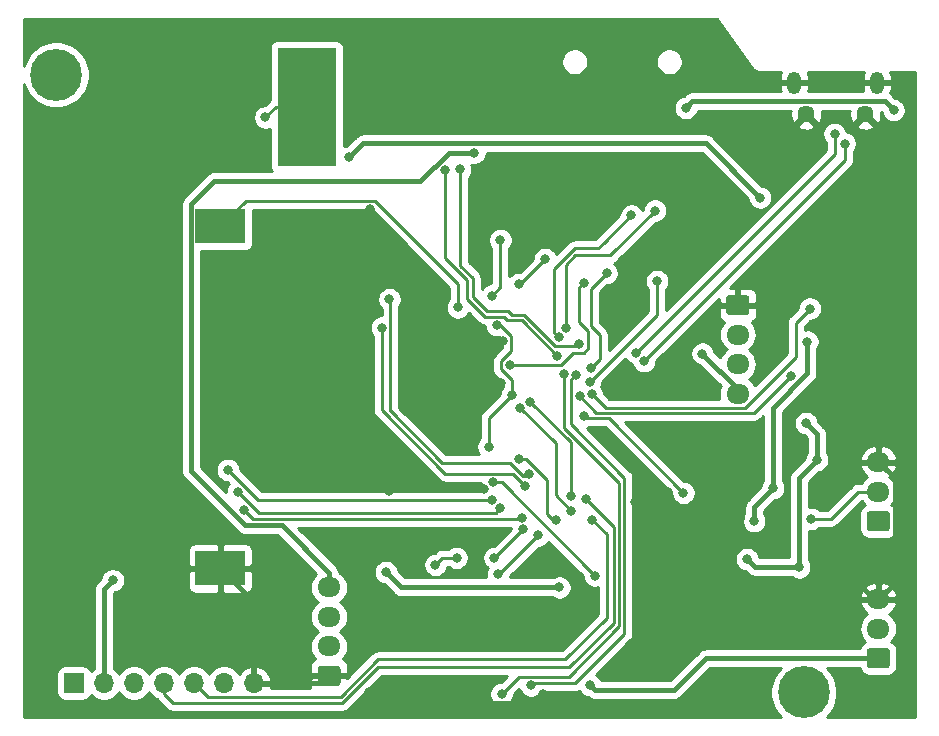
<source format=gbr>
%TF.GenerationSoftware,KiCad,Pcbnew,5.1.6-c6e7f7d~86~ubuntu20.04.1*%
%TF.CreationDate,2020-06-03T17:40:23+02:00*%
%TF.ProjectId,FShort,4653686f-7274-42e6-9b69-6361645f7063,rev?*%
%TF.SameCoordinates,Original*%
%TF.FileFunction,Copper,L2,Bot*%
%TF.FilePolarity,Positive*%
%FSLAX46Y46*%
G04 Gerber Fmt 4.6, Leading zero omitted, Abs format (unit mm)*
G04 Created by KiCad (PCBNEW 5.1.6-c6e7f7d~86~ubuntu20.04.1) date 2020-06-03 17:40:23*
%MOMM*%
%LPD*%
G01*
G04 APERTURE LIST*
%TA.AperFunction,ComponentPad*%
%ADD10C,4.400000*%
%TD*%
%TA.AperFunction,ComponentPad*%
%ADD11C,0.700000*%
%TD*%
%TA.AperFunction,SMDPad,CuDef*%
%ADD12R,4.200000X3.000000*%
%TD*%
%TA.AperFunction,ComponentPad*%
%ADD13R,1.700000X1.700000*%
%TD*%
%TA.AperFunction,ComponentPad*%
%ADD14O,1.700000X1.700000*%
%TD*%
%TA.AperFunction,ComponentPad*%
%ADD15O,1.950000X1.700000*%
%TD*%
%TA.AperFunction,ComponentPad*%
%ADD16C,1.450000*%
%TD*%
%TA.AperFunction,ComponentPad*%
%ADD17O,1.200000X1.900000*%
%TD*%
%TA.AperFunction,SMDPad,CuDef*%
%ADD18R,5.000000X10.000000*%
%TD*%
%TA.AperFunction,ViaPad*%
%ADD19C,0.800000*%
%TD*%
%TA.AperFunction,Conductor*%
%ADD20C,0.250000*%
%TD*%
%TA.AperFunction,Conductor*%
%ADD21C,0.400000*%
%TD*%
%TA.AperFunction,Conductor*%
%ADD22C,0.254000*%
%TD*%
G04 APERTURE END LIST*
D10*
%TO.P,MH2,1*%
%TO.N,N/C*%
X166700000Y-94700000D03*
D11*
X168350000Y-94700000D03*
X167866726Y-95866726D03*
X166700000Y-96350000D03*
X165533274Y-95866726D03*
X165050000Y-94700000D03*
X165533274Y-93533274D03*
X166700000Y-93050000D03*
X167866726Y-93533274D03*
%TD*%
%TO.P,MH1,1*%
%TO.N,N/C*%
X104566726Y-41233274D03*
X103400000Y-40750000D03*
X102233274Y-41233274D03*
X101750000Y-42400000D03*
X102233274Y-43566726D03*
X103400000Y-44050000D03*
X104566726Y-43566726D03*
X105050000Y-42400000D03*
D10*
X103400000Y-42400000D03*
%TD*%
D12*
%TO.P,BT1,2*%
%TO.N,GND*%
X117300000Y-84200000D03*
%TO.P,BT1,1*%
%TO.N,Net-(BT1-Pad1)*%
X117300000Y-55200000D03*
%TD*%
D13*
%TO.P,J2,1*%
%TO.N,+12V*%
X104900000Y-93900000D03*
D14*
%TO.P,J2,2*%
%TO.N,+5V*%
X107440000Y-93900000D03*
%TO.P,J2,3*%
%TO.N,+3V3*%
X109980000Y-93900000D03*
%TO.P,J2,4*%
%TO.N,I2C2_SCK*%
X112520000Y-93900000D03*
%TO.P,J2,5*%
%TO.N,I2C2_SDA*%
X115060000Y-93900000D03*
%TO.P,J2,6*%
%TO.N,I2C2_SMBA*%
X117600000Y-93900000D03*
%TO.P,J2,7*%
%TO.N,GND*%
X120140000Y-93900000D03*
%TD*%
%TO.P,J3,1*%
%TO.N,+12V*%
%TA.AperFunction,ComponentPad*%
G36*
G01*
X173725000Y-92650000D02*
X172275000Y-92650000D01*
G75*
G02*
X172025000Y-92400000I0J250000D01*
G01*
X172025000Y-91200000D01*
G75*
G02*
X172275000Y-90950000I250000J0D01*
G01*
X173725000Y-90950000D01*
G75*
G02*
X173975000Y-91200000I0J-250000D01*
G01*
X173975000Y-92400000D01*
G75*
G02*
X173725000Y-92650000I-250000J0D01*
G01*
G37*
%TD.AperFunction*%
D15*
%TO.P,J3,2*%
%TO.N,Net-(J3-Pad2)*%
X173000000Y-89300000D03*
%TO.P,J3,3*%
%TO.N,GND*%
X173000000Y-86800000D03*
%TD*%
%TO.P,J4,3*%
%TO.N,GND*%
X173000000Y-75200000D03*
%TO.P,J4,2*%
%TO.N,Net-(J4-Pad2)*%
X173000000Y-77700000D03*
%TO.P,J4,1*%
%TO.N,+12V*%
%TA.AperFunction,ComponentPad*%
G36*
G01*
X173725000Y-81050000D02*
X172275000Y-81050000D01*
G75*
G02*
X172025000Y-80800000I0J250000D01*
G01*
X172025000Y-79600000D01*
G75*
G02*
X172275000Y-79350000I250000J0D01*
G01*
X173725000Y-79350000D01*
G75*
G02*
X173975000Y-79600000I0J-250000D01*
G01*
X173975000Y-80800000D01*
G75*
G02*
X173725000Y-81050000I-250000J0D01*
G01*
G37*
%TD.AperFunction*%
%TD*%
D16*
%TO.P,J5,6*%
%TO.N,GND*%
X171900000Y-45762500D03*
X166900000Y-45762500D03*
D17*
X172900000Y-43062500D03*
X165900000Y-43062500D03*
%TD*%
D15*
%TO.P,J7,4*%
%TO.N,+3V3*%
X161100000Y-69400000D03*
%TO.P,J7,3*%
%TO.N,SWDIO*%
X161100000Y-66900000D03*
%TO.P,J7,2*%
%TO.N,SWCLK*%
X161100000Y-64400000D03*
%TO.P,J7,1*%
%TO.N,GND*%
%TA.AperFunction,ComponentPad*%
G36*
G01*
X160375000Y-61050000D02*
X161825000Y-61050000D01*
G75*
G02*
X162075000Y-61300000I0J-250000D01*
G01*
X162075000Y-62500000D01*
G75*
G02*
X161825000Y-62750000I-250000J0D01*
G01*
X160375000Y-62750000D01*
G75*
G02*
X160125000Y-62500000I0J250000D01*
G01*
X160125000Y-61300000D01*
G75*
G02*
X160375000Y-61050000I250000J0D01*
G01*
G37*
%TD.AperFunction*%
%TD*%
%TO.P,J8,1*%
%TO.N,GND*%
%TA.AperFunction,ComponentPad*%
G36*
G01*
X127225000Y-94150000D02*
X125775000Y-94150000D01*
G75*
G02*
X125525000Y-93900000I0J250000D01*
G01*
X125525000Y-92700000D01*
G75*
G02*
X125775000Y-92450000I250000J0D01*
G01*
X127225000Y-92450000D01*
G75*
G02*
X127475000Y-92700000I0J-250000D01*
G01*
X127475000Y-93900000D01*
G75*
G02*
X127225000Y-94150000I-250000J0D01*
G01*
G37*
%TD.AperFunction*%
%TO.P,J8,2*%
%TO.N,UART1_RX*%
X126500000Y-90800000D03*
%TO.P,J8,3*%
%TO.N,UART1_TX*%
X126500000Y-88300000D03*
%TO.P,J8,4*%
%TO.N,+3V3*%
X126500000Y-85800000D03*
%TD*%
D18*
%TO.P,J14,1*%
%TO.N,Net-(J14-Pad1)*%
X124600000Y-45100000D03*
%TD*%
D19*
%TO.N,Net-(BT1-Pad1)*%
X137400000Y-62100000D03*
%TO.N,GND*%
X108200000Y-83000000D03*
X134700000Y-61900000D03*
X132900000Y-60300000D03*
X130000000Y-53800000D03*
X162500000Y-88900000D03*
X149200000Y-50200000D03*
X154000000Y-50200000D03*
X121200000Y-82800000D03*
X139600000Y-77500000D03*
X131600000Y-77675000D03*
X152400000Y-78600000D03*
X155200000Y-77700000D03*
X156400000Y-83500000D03*
X167600000Y-81800000D03*
X144600000Y-94800000D03*
X129900000Y-94700000D03*
X107900000Y-77200000D03*
X107800000Y-62900000D03*
X170600000Y-60000000D03*
X141200000Y-64900000D03*
X141074999Y-68474999D03*
X149800000Y-63000000D03*
X150000000Y-61100000D03*
X151800000Y-58000000D03*
%TO.N,Net-(C5-Pad1)*%
X144800000Y-58000000D03*
X142570198Y-60129802D03*
%TO.N,Net-(C6-Pad2)*%
X141800000Y-67000000D03*
X148100000Y-60000000D03*
%TO.N,+3V3*%
X161900000Y-83400000D03*
X166300000Y-84100000D03*
X167800000Y-75000000D03*
X166900000Y-71900000D03*
X158100000Y-66000000D03*
X156700000Y-45200000D03*
X174300000Y-45400000D03*
X138800000Y-49000000D03*
X142000000Y-69500000D03*
X140000000Y-73900000D03*
X140700000Y-63600000D03*
X140300000Y-61100000D03*
X141000000Y-56384990D03*
%TO.N,+5V*%
X162500000Y-80200000D03*
X164100000Y-77400000D03*
X128200000Y-49400000D03*
X163000000Y-52800000D03*
X167000000Y-65000000D03*
X108200000Y-85200000D03*
%TO.N,+12V*%
X131300000Y-84500000D03*
X146000000Y-85800000D03*
X148600000Y-94100000D03*
%TO.N,I2C2_SCK*%
X148212653Y-78287347D03*
%TO.N,I2C2_SDA*%
X148800000Y-80100000D03*
%TO.N,Net-(J4-Pad2)*%
X167300000Y-80000000D03*
%TO.N,USB_DM*%
X153178708Y-66635507D03*
X170158230Y-48234506D03*
%TO.N,USB_DP*%
X152471600Y-65928400D03*
X169300000Y-47400000D03*
%TO.N,IO5*%
X142600000Y-74900000D03*
X145700000Y-80100000D03*
X144200000Y-81400000D03*
X140800000Y-84700000D03*
%TO.N,IO4*%
X142910431Y-80893886D03*
X140500000Y-83300000D03*
%TO.N,IO3*%
X135500000Y-83900000D03*
X137300000Y-83300000D03*
%TO.N,UART1_RX*%
X146400000Y-67700000D03*
X141100000Y-94825000D03*
%TO.N,UART1_TX*%
X147400000Y-67800000D03*
X143600000Y-94100000D03*
%TO.N,UART3_TX*%
X147700000Y-65200000D03*
X137600000Y-50400000D03*
%TO.N,UART3_RX*%
X136300000Y-50500000D03*
X145830880Y-66200000D03*
%TO.N,I2C1_SDA*%
X147730838Y-69629146D03*
X165600000Y-67900000D03*
%TO.N,I2C1_SCK*%
X148724035Y-69392280D03*
X167200000Y-62200000D03*
%TO.N,ADC3*%
X140400000Y-76900000D03*
X149000000Y-84800000D03*
%TO.N,ADC4*%
X147000000Y-79300000D03*
X142700000Y-70600000D03*
%TO.N,DAC*%
X147000000Y-78100000D03*
X143548000Y-70070000D03*
%TO.N,SPI2_NSS*%
X156500000Y-77800000D03*
X148100000Y-71300000D03*
%TO.N,SDIO_CD*%
X150000000Y-59200000D03*
X148700000Y-67200000D03*
%TO.N,SDIO_CMD*%
X145976342Y-64636050D03*
X152100000Y-54300000D03*
%TO.N,SDIO_CK*%
X146525000Y-63800000D03*
X154100000Y-53900000D03*
%TO.N,SDIO_D0*%
X154274265Y-59874265D03*
X148600000Y-68400000D03*
%TO.N,Net-(J14-Pad1)*%
X121100000Y-46000000D03*
%TO.N,Radio_rst*%
X140300000Y-78400000D03*
X117940000Y-75860000D03*
%TO.N,Radio_rxen*%
X131600000Y-61400000D03*
X143418927Y-76219777D03*
%TO.N,Radio_txen*%
X130975000Y-63800000D03*
X143115049Y-77215049D03*
%TO.N,Radio_dio0*%
X141007108Y-79107108D03*
X118777347Y-77722653D03*
%TO.N,Radio_dio1*%
X119314694Y-79285306D03*
X142800000Y-79900000D03*
%TD*%
D20*
%TO.N,Net-(BT1-Pad1)*%
X130348001Y-53074999D02*
X137400000Y-60126998D01*
X119425001Y-53074999D02*
X130348001Y-53074999D01*
X137400000Y-60126998D02*
X137400000Y-62100000D01*
X117300000Y-55200000D02*
X119425001Y-53074999D01*
D21*
%TO.N,GND*%
X174375010Y-76575010D02*
X173000000Y-75200000D01*
X174375010Y-85424990D02*
X174375010Y-76575010D01*
X173000000Y-86800000D02*
X174375010Y-85424990D01*
X117300000Y-84200000D02*
X109100000Y-84200000D01*
X108200000Y-83300000D02*
X108200000Y-83000000D01*
X109100000Y-84200000D02*
X108200000Y-83300000D01*
X134500000Y-61900000D02*
X132900000Y-60300000D01*
X134700000Y-61900000D02*
X134500000Y-61900000D01*
X132900000Y-56700000D02*
X130000000Y-53800000D01*
X132900000Y-60300000D02*
X132900000Y-56700000D01*
X120140000Y-87040000D02*
X117300000Y-84200000D01*
X120140000Y-93900000D02*
X120140000Y-87040000D01*
X125900000Y-93900000D02*
X126500000Y-93300000D01*
X120140000Y-93900000D02*
X125900000Y-93900000D01*
X164600000Y-86800000D02*
X162500000Y-88900000D01*
X173000000Y-86800000D02*
X164600000Y-86800000D01*
X149200000Y-50200000D02*
X154000000Y-50200000D01*
X119800000Y-84200000D02*
X117300000Y-84200000D01*
X121200000Y-82800000D02*
X119800000Y-84200000D01*
X131775000Y-77500000D02*
X131600000Y-77675000D01*
X139600000Y-77500000D02*
X131775000Y-77500000D01*
X154300000Y-78600000D02*
X155200000Y-77700000D01*
X152400000Y-78600000D02*
X154300000Y-78600000D01*
X156400000Y-83500000D02*
X155200000Y-82300000D01*
X155200000Y-79500000D02*
X154300000Y-78600000D01*
X155200000Y-82300000D02*
X155200000Y-79500000D01*
X172600000Y-86800000D02*
X173000000Y-86800000D01*
X167600000Y-81800000D02*
X172600000Y-86800000D01*
X130825001Y-95625001D02*
X129900000Y-94700000D01*
X143774999Y-95625001D02*
X130825001Y-95625001D01*
X144600000Y-94800000D02*
X143774999Y-95625001D01*
X107900000Y-63000000D02*
X107800000Y-62900000D01*
X107900000Y-77200000D02*
X107900000Y-63000000D01*
X173000000Y-62400000D02*
X170600000Y-60000000D01*
X173000000Y-75200000D02*
X173000000Y-62400000D01*
D20*
X141074999Y-65025001D02*
X141200000Y-64900000D01*
X137700000Y-64900000D02*
X134700000Y-61900000D01*
X141200000Y-64900000D02*
X137700000Y-64900000D01*
X137700000Y-65100000D02*
X137700000Y-64900000D01*
X141074999Y-68474999D02*
X137700000Y-65100000D01*
X149800000Y-61300000D02*
X150000000Y-61100000D01*
X149800000Y-63000000D02*
X149800000Y-61300000D01*
X151800000Y-59300000D02*
X151800000Y-58000000D01*
X150000000Y-61100000D02*
X151800000Y-59300000D01*
%TO.N,Net-(C5-Pad1)*%
X142670198Y-60129802D02*
X142570198Y-60129802D01*
X144800000Y-58000000D02*
X142670198Y-60129802D01*
%TO.N,Net-(C6-Pad2)*%
X148425001Y-64061411D02*
X147700000Y-63336410D01*
X148425001Y-65548001D02*
X148425001Y-64061411D01*
X148048001Y-65925001D02*
X148425001Y-65548001D01*
X147178881Y-65925001D02*
X148048001Y-65925001D01*
X146103882Y-67000000D02*
X147178881Y-65925001D01*
X141800000Y-67000000D02*
X146103882Y-67000000D01*
X147700000Y-63336410D02*
X147700000Y-61800000D01*
X147700000Y-60400000D02*
X148100000Y-60000000D01*
X147700000Y-61800000D02*
X147700000Y-60400000D01*
D21*
%TO.N,+3V3*%
X162600000Y-84100000D02*
X166300000Y-84100000D01*
X161900000Y-83400000D02*
X162600000Y-84100000D01*
X166300000Y-76500000D02*
X167800000Y-75000000D01*
X166300000Y-84100000D02*
X166300000Y-76500000D01*
X167800000Y-72800000D02*
X166900000Y-71900000D01*
X167800000Y-75000000D02*
X167800000Y-72800000D01*
X161100000Y-69000000D02*
X161100000Y-69400000D01*
X158100000Y-66000000D02*
X161100000Y-69000000D01*
X173537499Y-44637499D02*
X174300000Y-45400000D01*
X157262501Y-44637499D02*
X173537499Y-44637499D01*
X156700000Y-45200000D02*
X157262501Y-44637499D01*
X114799999Y-53379999D02*
X116779998Y-51400000D01*
X114799999Y-75954613D02*
X114799999Y-53379999D01*
X119374072Y-80528686D02*
X114799999Y-75954613D01*
X122478686Y-80528686D02*
X119374072Y-80528686D01*
X126500000Y-84550000D02*
X122478686Y-80528686D01*
X126500000Y-85800000D02*
X126500000Y-84550000D01*
X136615998Y-49000000D02*
X138800000Y-49000000D01*
X134215998Y-51400000D02*
X136615998Y-49000000D01*
X116779998Y-51400000D02*
X134215998Y-51400000D01*
D20*
X140000000Y-71500000D02*
X140000000Y-73900000D01*
X142000000Y-69500000D02*
X140000000Y-71500000D01*
X140973002Y-63600000D02*
X140700000Y-63600000D01*
X141925001Y-64551999D02*
X140973002Y-63600000D01*
X141925001Y-65801997D02*
X141925001Y-64551999D01*
X141074999Y-66651999D02*
X141925001Y-65801997D01*
X141074999Y-67348001D02*
X141074999Y-66651999D01*
X142000000Y-68273002D02*
X141074999Y-67348001D01*
X142000000Y-69500000D02*
X142000000Y-68273002D01*
X141000000Y-60400000D02*
X141000000Y-56384990D01*
X140300000Y-61100000D02*
X141000000Y-60400000D01*
D21*
%TO.N,+5V*%
X162500000Y-79000000D02*
X164100000Y-77400000D01*
X162500000Y-80200000D02*
X162500000Y-79000000D01*
X158399999Y-48199999D02*
X163000000Y-52800000D01*
X129400001Y-48199999D02*
X158399999Y-48199999D01*
X128200000Y-49400000D02*
X129400001Y-48199999D01*
X164100000Y-70584002D02*
X164100000Y-77400000D01*
X167000000Y-67684002D02*
X164100000Y-70584002D01*
X167000000Y-65000000D02*
X167000000Y-67684002D01*
X107440000Y-87440000D02*
X107440000Y-85960000D01*
X107440000Y-85960000D02*
X108200000Y-85200000D01*
X107440000Y-87440000D02*
X107440000Y-93900000D01*
%TO.N,+12V*%
X132600000Y-85800000D02*
X146000000Y-85800000D01*
X131300000Y-84500000D02*
X132600000Y-85800000D01*
X148600000Y-94100000D02*
X149000000Y-94500000D01*
X158400000Y-91800000D02*
X155700000Y-94500000D01*
X173000000Y-91800000D02*
X158400000Y-91800000D01*
X149000000Y-94500000D02*
X155700000Y-94500000D01*
D20*
%TO.N,I2C2_SCK*%
X112520000Y-94820000D02*
X112520000Y-93900000D01*
X113300000Y-95600000D02*
X112520000Y-94820000D01*
X127586412Y-95600000D02*
X113300000Y-95600000D01*
X130636412Y-92550000D02*
X127586412Y-95600000D01*
X146850000Y-92550000D02*
X130636412Y-92550000D01*
X150600000Y-88800000D02*
X146850000Y-92550000D01*
X150600000Y-80674694D02*
X150600000Y-88800000D01*
X148212653Y-78287347D02*
X150600000Y-80674694D01*
%TO.N,I2C2_SDA*%
X115060000Y-93900000D02*
X116235001Y-95075001D01*
X150000000Y-81300000D02*
X148800000Y-80100000D01*
X150000000Y-88400000D02*
X150000000Y-81300000D01*
X130650002Y-91900000D02*
X127475001Y-95075001D01*
X146500000Y-91900000D02*
X130650002Y-91900000D01*
X116235001Y-95075001D02*
X127475001Y-95075001D01*
X146500000Y-91900000D02*
X150000000Y-88400000D01*
%TO.N,Net-(J4-Pad2)*%
X167300000Y-80000000D02*
X169000000Y-80000000D01*
X171300000Y-77700000D02*
X173000000Y-77700000D01*
X169000000Y-80000000D02*
X171300000Y-77700000D01*
%TO.N,USB_DM*%
X170158230Y-49655985D02*
X170158230Y-48234506D01*
X153178708Y-66635507D02*
X170158230Y-49655985D01*
%TO.N,USB_DP*%
X169300000Y-49100000D02*
X169300000Y-47400000D01*
X152471600Y-65928400D02*
X169300000Y-49100000D01*
%TO.N,IO5*%
X144974999Y-76702847D02*
X144974999Y-79574999D01*
X143172152Y-74900000D02*
X144974999Y-76702847D01*
X142600000Y-74900000D02*
X143172152Y-74900000D01*
X144974999Y-79574999D02*
X145300000Y-79900000D01*
X145500000Y-79900000D02*
X145700000Y-80100000D01*
X145300000Y-79900000D02*
X145500000Y-79900000D01*
X140900000Y-84700000D02*
X140800000Y-84700000D01*
X144200000Y-81400000D02*
X140900000Y-84700000D01*
%TO.N,IO4*%
X140504317Y-83300000D02*
X140500000Y-83300000D01*
X142910431Y-80893886D02*
X140504317Y-83300000D01*
%TO.N,IO3*%
X136100000Y-83300000D02*
X135500000Y-83900000D01*
X137300000Y-83300000D02*
X136100000Y-83300000D01*
%TO.N,UART1_RX*%
X151050009Y-76935599D02*
X151050009Y-89101989D01*
X146400000Y-72285590D02*
X151050009Y-76935599D01*
X146400000Y-67700000D02*
X146400000Y-72285590D01*
X142550001Y-93374999D02*
X141100000Y-94825000D01*
X146776999Y-93374999D02*
X142550001Y-93374999D01*
X151050009Y-89101989D02*
X146776999Y-93374999D01*
%TO.N,UART1_TX*%
X147000001Y-68199999D02*
X147400000Y-67800000D01*
X147000001Y-72000001D02*
X147000001Y-68199999D01*
X151500019Y-76500019D02*
X147000001Y-72000001D01*
X151500019Y-89724981D02*
X151500019Y-76500019D01*
X143787500Y-93912500D02*
X143600000Y-94100000D01*
X147312500Y-93912500D02*
X143787500Y-93912500D01*
X147312500Y-93912500D02*
X151500019Y-89724981D01*
%TO.N,UART3_TX*%
X147538949Y-65361051D02*
X147700000Y-65200000D01*
X145628341Y-65361051D02*
X147538949Y-65361051D01*
X143017280Y-62749990D02*
X145628341Y-65361051D01*
X137600000Y-50400000D02*
X137600000Y-58563590D01*
X137600000Y-58563590D02*
X138650010Y-59613600D01*
X138650010Y-59613600D02*
X138650010Y-61213600D01*
X141624989Y-62424989D02*
X141949990Y-62749990D01*
X139861399Y-62424989D02*
X141624989Y-62424989D01*
X138650010Y-61213600D02*
X139861399Y-62424989D01*
X141949990Y-62749990D02*
X143017280Y-62749990D01*
%TO.N,UART3_RX*%
X141600000Y-63200000D02*
X142830880Y-63200000D01*
X139674999Y-62874999D02*
X141274999Y-62874999D01*
X142830880Y-63200000D02*
X145830880Y-66200000D01*
X138200000Y-59800000D02*
X138200000Y-61400000D01*
X141274999Y-62874999D02*
X141600000Y-63200000D01*
X136300000Y-57900000D02*
X138200000Y-59800000D01*
X138200000Y-61400000D02*
X139674999Y-62874999D01*
X136300000Y-50500000D02*
X136300000Y-57900000D01*
%TO.N,I2C1_SDA*%
X162474981Y-71025019D02*
X165600000Y-67900000D01*
X149126711Y-71025019D02*
X162474981Y-71025019D01*
X147730838Y-69629146D02*
X149126711Y-71025019D01*
%TO.N,I2C1_SCK*%
X161711705Y-70575010D02*
X166000000Y-66286715D01*
X149906765Y-70575010D02*
X161711705Y-70575010D01*
X148724035Y-69392280D02*
X149906765Y-70575010D01*
X166000000Y-63400000D02*
X167200000Y-62200000D01*
X166000000Y-66286715D02*
X166000000Y-63400000D01*
%TO.N,ADC3*%
X140400000Y-76900000D02*
X141100000Y-76900000D01*
X141100000Y-76900000D02*
X149000000Y-84800000D01*
%TO.N,ADC4*%
X145700000Y-73600000D02*
X145700000Y-74000000D01*
X142700000Y-70600000D02*
X145700000Y-73600000D01*
X145700000Y-78000000D02*
X145700000Y-76800000D01*
X147000000Y-79300000D02*
X145700000Y-78000000D01*
X145700000Y-76800000D02*
X145700000Y-74000000D01*
%TO.N,DAC*%
X147000000Y-73522000D02*
X147000000Y-73900000D01*
X143548000Y-70070000D02*
X147000000Y-73522000D01*
X147000000Y-78100000D02*
X147000000Y-73900000D01*
%TO.N,SPI2_NSS*%
X148275029Y-71475029D02*
X148100000Y-71300000D01*
X150175029Y-71475029D02*
X148275029Y-71475029D01*
X156500000Y-77800000D02*
X150175029Y-71475029D01*
%TO.N,SDIO_CD*%
X149400000Y-64400000D02*
X149400000Y-66500000D01*
X148700000Y-63700000D02*
X149400000Y-64400000D01*
X148700000Y-60500000D02*
X148700000Y-63700000D01*
X149400000Y-66500000D02*
X148700000Y-67200000D01*
X150000000Y-59200000D02*
X148700000Y-60500000D01*
%TO.N,SDIO_CMD*%
X149750000Y-56650000D02*
X152100000Y-54300000D01*
X149300000Y-57100000D02*
X149750000Y-56650000D01*
X147300000Y-57100000D02*
X149300000Y-57100000D01*
X145576343Y-58823657D02*
X147300000Y-57100000D01*
X145576343Y-64236051D02*
X145576343Y-58823657D01*
X145976342Y-64636050D02*
X145576343Y-64236051D01*
%TO.N,SDIO_CK*%
X146525000Y-63800000D02*
X146525000Y-58511410D01*
X146525000Y-58511410D02*
X147336410Y-57700000D01*
X150300000Y-57700000D02*
X150400000Y-57600000D01*
X147336410Y-57700000D02*
X150300000Y-57700000D01*
X150400000Y-57600000D02*
X154100000Y-53900000D01*
%TO.N,SDIO_D0*%
X148600000Y-68373002D02*
X148600000Y-68400000D01*
X154274265Y-62698737D02*
X148600000Y-68373002D01*
X154274265Y-59874265D02*
X154274265Y-62698737D01*
%TO.N,Net-(J14-Pad1)*%
X122000000Y-45100000D02*
X124600000Y-45100000D01*
X121100000Y-46000000D02*
X122000000Y-45100000D01*
%TO.N,Radio_rst*%
X120480000Y-78400000D02*
X117940000Y-75860000D01*
X140300000Y-78400000D02*
X120480000Y-78400000D01*
%TO.N,Radio_rxen*%
X136100000Y-75300000D02*
X131704496Y-70904496D01*
X131700000Y-61500000D02*
X131600000Y-61400000D01*
X131700000Y-70900000D02*
X131700000Y-61500000D01*
X141831914Y-75295504D02*
X141204496Y-75295504D01*
X142936410Y-76400000D02*
X141831914Y-75295504D01*
X143418927Y-76219777D02*
X143238704Y-76400000D01*
X141204496Y-75295504D02*
X136095504Y-75295504D01*
X143238704Y-76400000D02*
X142936410Y-76400000D01*
%TO.N,Radio_txen*%
X130975000Y-70811410D02*
X130975000Y-63800000D01*
X136331080Y-76167490D02*
X130975000Y-70811410D01*
X142067490Y-76167490D02*
X140567490Y-76167490D01*
X143115049Y-77215049D02*
X142067490Y-76167490D01*
X140567490Y-76167490D02*
X136331080Y-76167490D01*
%TO.N,Radio_dio0*%
X120561801Y-79507107D02*
X118777347Y-77722653D01*
X140607109Y-79507107D02*
X120561801Y-79507107D01*
X141007108Y-79107108D02*
X140607109Y-79507107D01*
%TO.N,Radio_dio1*%
X120033064Y-80003676D02*
X119314694Y-79285306D01*
X142696324Y-80003676D02*
X140703676Y-80003676D01*
X142800000Y-79900000D02*
X142696324Y-80003676D01*
X140703676Y-80003676D02*
X120033064Y-80003676D01*
%TD*%
D22*
%TO.N,GND*%
G36*
X162337758Y-41848213D02*
G01*
X162348575Y-41868450D01*
X162375344Y-41901068D01*
X162380917Y-41908905D01*
X162395905Y-41926121D01*
X162431052Y-41968948D01*
X162438533Y-41975088D01*
X162444892Y-41982392D01*
X162488724Y-42016278D01*
X162531550Y-42051425D01*
X162540091Y-42055990D01*
X162547747Y-42061909D01*
X162597340Y-42086590D01*
X162646207Y-42112710D01*
X162655469Y-42115520D01*
X162664138Y-42119834D01*
X162717598Y-42134367D01*
X162770617Y-42150450D01*
X162780255Y-42151399D01*
X162789594Y-42153938D01*
X162844850Y-42157761D01*
X162867581Y-42160000D01*
X162877207Y-42160000D01*
X162919293Y-42162912D01*
X162942049Y-42160000D01*
X164791910Y-42160000D01*
X164713507Y-42347004D01*
X164665000Y-42585500D01*
X164665000Y-42935500D01*
X165773000Y-42935500D01*
X165773000Y-42915500D01*
X166027000Y-42915500D01*
X166027000Y-42935500D01*
X167135000Y-42935500D01*
X167135000Y-42585500D01*
X167086493Y-42347004D01*
X167008090Y-42160000D01*
X171791910Y-42160000D01*
X171713507Y-42347004D01*
X171665000Y-42585500D01*
X171665000Y-42935500D01*
X172773000Y-42935500D01*
X172773000Y-42915500D01*
X173027000Y-42915500D01*
X173027000Y-42935500D01*
X174135000Y-42935500D01*
X174135000Y-42585500D01*
X174086493Y-42347004D01*
X174008090Y-42160000D01*
X176140000Y-42160000D01*
X176140001Y-95967572D01*
X176140000Y-95967582D01*
X176140001Y-96740000D01*
X168669295Y-96740000D01*
X168902088Y-96507207D01*
X169212344Y-96042876D01*
X169426052Y-95526939D01*
X169535000Y-94979223D01*
X169535000Y-94420777D01*
X169426052Y-93873061D01*
X169212344Y-93357124D01*
X168902088Y-92892793D01*
X168644295Y-92635000D01*
X171422722Y-92635000D01*
X171454528Y-92739850D01*
X171536595Y-92893386D01*
X171647038Y-93027962D01*
X171781614Y-93138405D01*
X171935150Y-93220472D01*
X172101746Y-93271008D01*
X172275000Y-93288072D01*
X173725000Y-93288072D01*
X173898254Y-93271008D01*
X174064850Y-93220472D01*
X174218386Y-93138405D01*
X174352962Y-93027962D01*
X174463405Y-92893386D01*
X174545472Y-92739850D01*
X174596008Y-92573254D01*
X174613072Y-92400000D01*
X174613072Y-91200000D01*
X174596008Y-91026746D01*
X174545472Y-90860150D01*
X174463405Y-90706614D01*
X174352962Y-90572038D01*
X174218386Y-90461595D01*
X174116663Y-90407223D01*
X174180134Y-90355134D01*
X174365706Y-90129014D01*
X174503599Y-89871034D01*
X174588513Y-89591111D01*
X174617185Y-89300000D01*
X174588513Y-89008889D01*
X174503599Y-88728966D01*
X174365706Y-88470986D01*
X174180134Y-88244866D01*
X173954014Y-88059294D01*
X173928278Y-88045538D01*
X174134429Y-87889049D01*
X174327496Y-87671193D01*
X174474352Y-87419858D01*
X174566476Y-87156890D01*
X174445155Y-86927000D01*
X173127000Y-86927000D01*
X173127000Y-86947000D01*
X172873000Y-86947000D01*
X172873000Y-86927000D01*
X171554845Y-86927000D01*
X171433524Y-87156890D01*
X171525648Y-87419858D01*
X171672504Y-87671193D01*
X171865571Y-87889049D01*
X172071722Y-88045538D01*
X172045986Y-88059294D01*
X171819866Y-88244866D01*
X171634294Y-88470986D01*
X171496401Y-88728966D01*
X171411487Y-89008889D01*
X171382815Y-89300000D01*
X171411487Y-89591111D01*
X171496401Y-89871034D01*
X171634294Y-90129014D01*
X171819866Y-90355134D01*
X171883337Y-90407223D01*
X171781614Y-90461595D01*
X171647038Y-90572038D01*
X171536595Y-90706614D01*
X171454528Y-90860150D01*
X171422722Y-90965000D01*
X158441018Y-90965000D01*
X158400000Y-90960960D01*
X158358982Y-90965000D01*
X158358981Y-90965000D01*
X158236311Y-90977082D01*
X158078913Y-91024828D01*
X157933854Y-91102364D01*
X157892474Y-91136324D01*
X157806709Y-91206709D01*
X157780563Y-91238568D01*
X155354133Y-93665000D01*
X149540093Y-93665000D01*
X149517205Y-93609744D01*
X149403937Y-93440226D01*
X149259774Y-93296063D01*
X149106292Y-93193510D01*
X152011023Y-90288779D01*
X152040020Y-90264982D01*
X152134993Y-90149257D01*
X152205565Y-90017228D01*
X152249022Y-89873967D01*
X152260019Y-89762314D01*
X152260019Y-89762305D01*
X152263695Y-89724982D01*
X152260019Y-89687659D01*
X152260019Y-86443110D01*
X171433524Y-86443110D01*
X171554845Y-86673000D01*
X172873000Y-86673000D01*
X172873000Y-85473835D01*
X173127000Y-85473835D01*
X173127000Y-86673000D01*
X174445155Y-86673000D01*
X174566476Y-86443110D01*
X174474352Y-86180142D01*
X174327496Y-85928807D01*
X174134429Y-85710951D01*
X173902570Y-85534947D01*
X173640830Y-85407558D01*
X173359267Y-85333680D01*
X173127000Y-85473835D01*
X172873000Y-85473835D01*
X172640733Y-85333680D01*
X172359170Y-85407558D01*
X172097430Y-85534947D01*
X171865571Y-85710951D01*
X171672504Y-85928807D01*
X171525648Y-86180142D01*
X171433524Y-86443110D01*
X152260019Y-86443110D01*
X152260019Y-83298061D01*
X160865000Y-83298061D01*
X160865000Y-83501939D01*
X160904774Y-83701898D01*
X160982795Y-83890256D01*
X161096063Y-84059774D01*
X161240226Y-84203937D01*
X161409744Y-84317205D01*
X161598102Y-84395226D01*
X161743225Y-84424093D01*
X161980558Y-84661426D01*
X162006709Y-84693291D01*
X162133854Y-84797636D01*
X162278913Y-84875172D01*
X162436311Y-84922918D01*
X162558981Y-84935000D01*
X162558991Y-84935000D01*
X162599999Y-84939039D01*
X162641007Y-84935000D01*
X165686715Y-84935000D01*
X165809744Y-85017205D01*
X165998102Y-85095226D01*
X166198061Y-85135000D01*
X166401939Y-85135000D01*
X166601898Y-85095226D01*
X166790256Y-85017205D01*
X166959774Y-84903937D01*
X167103937Y-84759774D01*
X167217205Y-84590256D01*
X167295226Y-84401898D01*
X167335000Y-84201939D01*
X167335000Y-83998061D01*
X167295226Y-83798102D01*
X167217205Y-83609744D01*
X167135000Y-83486715D01*
X167135000Y-81022456D01*
X167198061Y-81035000D01*
X167401939Y-81035000D01*
X167601898Y-80995226D01*
X167790256Y-80917205D01*
X167959774Y-80803937D01*
X168003711Y-80760000D01*
X168962678Y-80760000D01*
X169000000Y-80763676D01*
X169037322Y-80760000D01*
X169037333Y-80760000D01*
X169148986Y-80749003D01*
X169292247Y-80705546D01*
X169424276Y-80634974D01*
X169540001Y-80540001D01*
X169563804Y-80510997D01*
X171603465Y-78471337D01*
X171634294Y-78529014D01*
X171819866Y-78755134D01*
X171883337Y-78807223D01*
X171781614Y-78861595D01*
X171647038Y-78972038D01*
X171536595Y-79106614D01*
X171454528Y-79260150D01*
X171403992Y-79426746D01*
X171386928Y-79600000D01*
X171386928Y-80800000D01*
X171403992Y-80973254D01*
X171454528Y-81139850D01*
X171536595Y-81293386D01*
X171647038Y-81427962D01*
X171781614Y-81538405D01*
X171935150Y-81620472D01*
X172101746Y-81671008D01*
X172275000Y-81688072D01*
X173725000Y-81688072D01*
X173898254Y-81671008D01*
X174064850Y-81620472D01*
X174218386Y-81538405D01*
X174352962Y-81427962D01*
X174463405Y-81293386D01*
X174545472Y-81139850D01*
X174596008Y-80973254D01*
X174613072Y-80800000D01*
X174613072Y-79600000D01*
X174596008Y-79426746D01*
X174545472Y-79260150D01*
X174463405Y-79106614D01*
X174352962Y-78972038D01*
X174218386Y-78861595D01*
X174116663Y-78807223D01*
X174180134Y-78755134D01*
X174365706Y-78529014D01*
X174503599Y-78271034D01*
X174588513Y-77991111D01*
X174617185Y-77700000D01*
X174588513Y-77408889D01*
X174503599Y-77128966D01*
X174365706Y-76870986D01*
X174180134Y-76644866D01*
X173954014Y-76459294D01*
X173928278Y-76445538D01*
X174134429Y-76289049D01*
X174327496Y-76071193D01*
X174474352Y-75819858D01*
X174566476Y-75556890D01*
X174445155Y-75327000D01*
X173127000Y-75327000D01*
X173127000Y-75347000D01*
X172873000Y-75347000D01*
X172873000Y-75327000D01*
X171554845Y-75327000D01*
X171433524Y-75556890D01*
X171525648Y-75819858D01*
X171672504Y-76071193D01*
X171865571Y-76289049D01*
X172071722Y-76445538D01*
X172045986Y-76459294D01*
X171819866Y-76644866D01*
X171634294Y-76870986D01*
X171597405Y-76940000D01*
X171337322Y-76940000D01*
X171299999Y-76936324D01*
X171262676Y-76940000D01*
X171262667Y-76940000D01*
X171151014Y-76950997D01*
X171007753Y-76994454D01*
X170875724Y-77065026D01*
X170759999Y-77159999D01*
X170736201Y-77188997D01*
X168685199Y-79240000D01*
X168003711Y-79240000D01*
X167959774Y-79196063D01*
X167790256Y-79082795D01*
X167601898Y-79004774D01*
X167401939Y-78965000D01*
X167198061Y-78965000D01*
X167135000Y-78977544D01*
X167135000Y-76845867D01*
X167956775Y-76024092D01*
X168101898Y-75995226D01*
X168290256Y-75917205D01*
X168459774Y-75803937D01*
X168603937Y-75659774D01*
X168717205Y-75490256D01*
X168795226Y-75301898D01*
X168835000Y-75101939D01*
X168835000Y-74898061D01*
X168824070Y-74843110D01*
X171433524Y-74843110D01*
X171554845Y-75073000D01*
X172873000Y-75073000D01*
X172873000Y-73873835D01*
X173127000Y-73873835D01*
X173127000Y-75073000D01*
X174445155Y-75073000D01*
X174566476Y-74843110D01*
X174474352Y-74580142D01*
X174327496Y-74328807D01*
X174134429Y-74110951D01*
X173902570Y-73934947D01*
X173640830Y-73807558D01*
X173359267Y-73733680D01*
X173127000Y-73873835D01*
X172873000Y-73873835D01*
X172640733Y-73733680D01*
X172359170Y-73807558D01*
X172097430Y-73934947D01*
X171865571Y-74110951D01*
X171672504Y-74328807D01*
X171525648Y-74580142D01*
X171433524Y-74843110D01*
X168824070Y-74843110D01*
X168795226Y-74698102D01*
X168717205Y-74509744D01*
X168635000Y-74386715D01*
X168635000Y-72841015D01*
X168639040Y-72799999D01*
X168634017Y-72749004D01*
X168622918Y-72636311D01*
X168575172Y-72478913D01*
X168497636Y-72333854D01*
X168393291Y-72206709D01*
X168361426Y-72180558D01*
X167924093Y-71743225D01*
X167895226Y-71598102D01*
X167817205Y-71409744D01*
X167703937Y-71240226D01*
X167559774Y-71096063D01*
X167390256Y-70982795D01*
X167201898Y-70904774D01*
X167001939Y-70865000D01*
X166798061Y-70865000D01*
X166598102Y-70904774D01*
X166409744Y-70982795D01*
X166240226Y-71096063D01*
X166096063Y-71240226D01*
X165982795Y-71409744D01*
X165904774Y-71598102D01*
X165865000Y-71798061D01*
X165865000Y-72001939D01*
X165904774Y-72201898D01*
X165982795Y-72390256D01*
X166096063Y-72559774D01*
X166240226Y-72703937D01*
X166409744Y-72817205D01*
X166598102Y-72895226D01*
X166743225Y-72924093D01*
X166965001Y-73145869D01*
X166965000Y-74386715D01*
X166882795Y-74509744D01*
X166804774Y-74698102D01*
X166775908Y-74843225D01*
X165738574Y-75880559D01*
X165706710Y-75906709D01*
X165625907Y-76005168D01*
X165602364Y-76033855D01*
X165524828Y-76178914D01*
X165477082Y-76336312D01*
X165460960Y-76500000D01*
X165465001Y-76541028D01*
X165465000Y-83265000D01*
X162945868Y-83265000D01*
X162924093Y-83243225D01*
X162895226Y-83098102D01*
X162817205Y-82909744D01*
X162703937Y-82740226D01*
X162559774Y-82596063D01*
X162390256Y-82482795D01*
X162201898Y-82404774D01*
X162001939Y-82365000D01*
X161798061Y-82365000D01*
X161598102Y-82404774D01*
X161409744Y-82482795D01*
X161240226Y-82596063D01*
X161096063Y-82740226D01*
X160982795Y-82909744D01*
X160904774Y-83098102D01*
X160865000Y-83298061D01*
X152260019Y-83298061D01*
X152260019Y-76537341D01*
X152263695Y-76500018D01*
X152260019Y-76462695D01*
X152260019Y-76462686D01*
X152249022Y-76351033D01*
X152205565Y-76207772D01*
X152134993Y-76075743D01*
X152118383Y-76055504D01*
X152063818Y-75989015D01*
X152063814Y-75989011D01*
X152040020Y-75960018D01*
X152011027Y-75936224D01*
X148375315Y-72300514D01*
X148401898Y-72295226D01*
X148547225Y-72235029D01*
X149860228Y-72235029D01*
X155465000Y-77839802D01*
X155465000Y-77901939D01*
X155504774Y-78101898D01*
X155582795Y-78290256D01*
X155696063Y-78459774D01*
X155840226Y-78603937D01*
X156009744Y-78717205D01*
X156198102Y-78795226D01*
X156398061Y-78835000D01*
X156601939Y-78835000D01*
X156801898Y-78795226D01*
X156990256Y-78717205D01*
X157159774Y-78603937D01*
X157303937Y-78459774D01*
X157417205Y-78290256D01*
X157495226Y-78101898D01*
X157535000Y-77901939D01*
X157535000Y-77698061D01*
X157495226Y-77498102D01*
X157417205Y-77309744D01*
X157303937Y-77140226D01*
X157159774Y-76996063D01*
X156990256Y-76882795D01*
X156801898Y-76804774D01*
X156601939Y-76765000D01*
X156539802Y-76765000D01*
X151559820Y-71785019D01*
X162437659Y-71785019D01*
X162474981Y-71788695D01*
X162512303Y-71785019D01*
X162512314Y-71785019D01*
X162623967Y-71774022D01*
X162767228Y-71730565D01*
X162899257Y-71659993D01*
X163014982Y-71565020D01*
X163038785Y-71536016D01*
X163265000Y-71309801D01*
X163265001Y-76786714D01*
X163182795Y-76909744D01*
X163104774Y-77098102D01*
X163075908Y-77243224D01*
X161938574Y-78380559D01*
X161906710Y-78406709D01*
X161853017Y-78472134D01*
X161802364Y-78533855D01*
X161724828Y-78678914D01*
X161677082Y-78836312D01*
X161660960Y-79000000D01*
X161665001Y-79041028D01*
X161665001Y-79586714D01*
X161582795Y-79709744D01*
X161504774Y-79898102D01*
X161465000Y-80098061D01*
X161465000Y-80301939D01*
X161504774Y-80501898D01*
X161582795Y-80690256D01*
X161696063Y-80859774D01*
X161840226Y-81003937D01*
X162009744Y-81117205D01*
X162198102Y-81195226D01*
X162398061Y-81235000D01*
X162601939Y-81235000D01*
X162801898Y-81195226D01*
X162990256Y-81117205D01*
X163159774Y-81003937D01*
X163303937Y-80859774D01*
X163417205Y-80690256D01*
X163495226Y-80501898D01*
X163535000Y-80301939D01*
X163535000Y-80098061D01*
X163495226Y-79898102D01*
X163417205Y-79709744D01*
X163335000Y-79586715D01*
X163335000Y-79345867D01*
X164256776Y-78424092D01*
X164401898Y-78395226D01*
X164590256Y-78317205D01*
X164759774Y-78203937D01*
X164903937Y-78059774D01*
X165017205Y-77890256D01*
X165095226Y-77701898D01*
X165135000Y-77501939D01*
X165135000Y-77298061D01*
X165095226Y-77098102D01*
X165017205Y-76909744D01*
X164935000Y-76786715D01*
X164935000Y-70929869D01*
X167561427Y-68303443D01*
X167593291Y-68277293D01*
X167697636Y-68150148D01*
X167775172Y-68005089D01*
X167822918Y-67847691D01*
X167835000Y-67725021D01*
X167835000Y-67725011D01*
X167839039Y-67684003D01*
X167835000Y-67642995D01*
X167835000Y-65613285D01*
X167917205Y-65490256D01*
X167995226Y-65301898D01*
X168035000Y-65101939D01*
X168035000Y-64898061D01*
X167995226Y-64698102D01*
X167917205Y-64509744D01*
X167803937Y-64340226D01*
X167659774Y-64196063D01*
X167490256Y-64082795D01*
X167301898Y-64004774D01*
X167101939Y-63965000D01*
X166898061Y-63965000D01*
X166760000Y-63992462D01*
X166760000Y-63714801D01*
X167239802Y-63235000D01*
X167301939Y-63235000D01*
X167501898Y-63195226D01*
X167690256Y-63117205D01*
X167859774Y-63003937D01*
X168003937Y-62859774D01*
X168117205Y-62690256D01*
X168195226Y-62501898D01*
X168235000Y-62301939D01*
X168235000Y-62098061D01*
X168195226Y-61898102D01*
X168117205Y-61709744D01*
X168003937Y-61540226D01*
X167859774Y-61396063D01*
X167690256Y-61282795D01*
X167501898Y-61204774D01*
X167301939Y-61165000D01*
X167098061Y-61165000D01*
X166898102Y-61204774D01*
X166709744Y-61282795D01*
X166540226Y-61396063D01*
X166396063Y-61540226D01*
X166282795Y-61709744D01*
X166204774Y-61898102D01*
X166165000Y-62098061D01*
X166165000Y-62160198D01*
X165488998Y-62836201D01*
X165460000Y-62859999D01*
X165436202Y-62888997D01*
X165436201Y-62888998D01*
X165365026Y-62975724D01*
X165294454Y-63107754D01*
X165271026Y-63184989D01*
X165250998Y-63251014D01*
X165240671Y-63355865D01*
X165236324Y-63400000D01*
X165240001Y-63437332D01*
X165240000Y-65971913D01*
X162526740Y-68685173D01*
X162465706Y-68570986D01*
X162280134Y-68344866D01*
X162054014Y-68159294D01*
X162036626Y-68150000D01*
X162054014Y-68140706D01*
X162280134Y-67955134D01*
X162465706Y-67729014D01*
X162603599Y-67471034D01*
X162688513Y-67191111D01*
X162717185Y-66900000D01*
X162688513Y-66608889D01*
X162603599Y-66328966D01*
X162465706Y-66070986D01*
X162280134Y-65844866D01*
X162054014Y-65659294D01*
X162036626Y-65650000D01*
X162054014Y-65640706D01*
X162280134Y-65455134D01*
X162465706Y-65229014D01*
X162603599Y-64971034D01*
X162688513Y-64691111D01*
X162717185Y-64400000D01*
X162688513Y-64108889D01*
X162603599Y-63828966D01*
X162465706Y-63570986D01*
X162284392Y-63350055D01*
X162319180Y-63339502D01*
X162429494Y-63280537D01*
X162526185Y-63201185D01*
X162605537Y-63104494D01*
X162664502Y-62994180D01*
X162700812Y-62874482D01*
X162713072Y-62750000D01*
X162710000Y-62185750D01*
X162551250Y-62027000D01*
X161227000Y-62027000D01*
X161227000Y-62047000D01*
X160973000Y-62047000D01*
X160973000Y-62027000D01*
X159648750Y-62027000D01*
X159490000Y-62185750D01*
X159486928Y-62750000D01*
X159499188Y-62874482D01*
X159535498Y-62994180D01*
X159594463Y-63104494D01*
X159673815Y-63201185D01*
X159770506Y-63280537D01*
X159880820Y-63339502D01*
X159915608Y-63350055D01*
X159734294Y-63570986D01*
X159596401Y-63828966D01*
X159511487Y-64108889D01*
X159482815Y-64400000D01*
X159511487Y-64691111D01*
X159596401Y-64971034D01*
X159734294Y-65229014D01*
X159919866Y-65455134D01*
X160145986Y-65640706D01*
X160163374Y-65650000D01*
X160145986Y-65659294D01*
X159919866Y-65844866D01*
X159734294Y-66070986D01*
X159601080Y-66320212D01*
X159124093Y-65843225D01*
X159095226Y-65698102D01*
X159017205Y-65509744D01*
X158903937Y-65340226D01*
X158759774Y-65196063D01*
X158590256Y-65082795D01*
X158401898Y-65004774D01*
X158201939Y-64965000D01*
X157998061Y-64965000D01*
X157798102Y-65004774D01*
X157609744Y-65082795D01*
X157440226Y-65196063D01*
X157296063Y-65340226D01*
X157182795Y-65509744D01*
X157104774Y-65698102D01*
X157065000Y-65898061D01*
X157065000Y-66101939D01*
X157104774Y-66301898D01*
X157182795Y-66490256D01*
X157296063Y-66659774D01*
X157440226Y-66803937D01*
X157609744Y-66917205D01*
X157798102Y-66995226D01*
X157943225Y-67024093D01*
X159649241Y-68730109D01*
X159596401Y-68828966D01*
X159511487Y-69108889D01*
X159482815Y-69400000D01*
X159511487Y-69691111D01*
X159549071Y-69815010D01*
X150221567Y-69815010D01*
X149759035Y-69352479D01*
X149759035Y-69290341D01*
X149719261Y-69090382D01*
X149641240Y-68902024D01*
X149561662Y-68782927D01*
X149595226Y-68701898D01*
X149635000Y-68501939D01*
X149635000Y-68412803D01*
X151584337Y-66463467D01*
X151667663Y-66588174D01*
X151811826Y-66732337D01*
X151981344Y-66845605D01*
X152169702Y-66923626D01*
X152181196Y-66925912D01*
X152183482Y-66937405D01*
X152261503Y-67125763D01*
X152374771Y-67295281D01*
X152518934Y-67439444D01*
X152688452Y-67552712D01*
X152876810Y-67630733D01*
X153076769Y-67670507D01*
X153280647Y-67670507D01*
X153480606Y-67630733D01*
X153668964Y-67552712D01*
X153838482Y-67439444D01*
X153982645Y-67295281D01*
X154095913Y-67125763D01*
X154173934Y-66937405D01*
X154213708Y-66737446D01*
X154213708Y-66675308D01*
X159488835Y-61400182D01*
X159490000Y-61614250D01*
X159648750Y-61773000D01*
X160973000Y-61773000D01*
X160973000Y-60573750D01*
X161227000Y-60573750D01*
X161227000Y-61773000D01*
X162551250Y-61773000D01*
X162710000Y-61614250D01*
X162713072Y-61050000D01*
X162700812Y-60925518D01*
X162664502Y-60805820D01*
X162605537Y-60695506D01*
X162526185Y-60598815D01*
X162429494Y-60519463D01*
X162319180Y-60460498D01*
X162199482Y-60424188D01*
X162075000Y-60411928D01*
X161385750Y-60415000D01*
X161227000Y-60573750D01*
X160973000Y-60573750D01*
X160814250Y-60415000D01*
X160475526Y-60413490D01*
X170669234Y-50219783D01*
X170698231Y-50195986D01*
X170793204Y-50080261D01*
X170863776Y-49948232D01*
X170907233Y-49804971D01*
X170918230Y-49693318D01*
X170918230Y-49693309D01*
X170921906Y-49655986D01*
X170918230Y-49618663D01*
X170918230Y-48938217D01*
X170962167Y-48894280D01*
X171075435Y-48724762D01*
X171153456Y-48536404D01*
X171193230Y-48336445D01*
X171193230Y-48132567D01*
X171153456Y-47932608D01*
X171075435Y-47744250D01*
X170962167Y-47574732D01*
X170818004Y-47430569D01*
X170648486Y-47317301D01*
X170460128Y-47239280D01*
X170317671Y-47210944D01*
X170295226Y-47098102D01*
X170217205Y-46909744D01*
X170103937Y-46740226D01*
X170065344Y-46701633D01*
X171140472Y-46701633D01*
X171202965Y-46937950D01*
X171445678Y-47051350D01*
X171705849Y-47115219D01*
X171973482Y-47127104D01*
X172238291Y-47086548D01*
X172490100Y-46995109D01*
X172597035Y-46937950D01*
X172659528Y-46701633D01*
X171900000Y-45942105D01*
X171140472Y-46701633D01*
X170065344Y-46701633D01*
X169959774Y-46596063D01*
X169790256Y-46482795D01*
X169601898Y-46404774D01*
X169401939Y-46365000D01*
X169198061Y-46365000D01*
X168998102Y-46404774D01*
X168809744Y-46482795D01*
X168640226Y-46596063D01*
X168496063Y-46740226D01*
X168382795Y-46909744D01*
X168304774Y-47098102D01*
X168265000Y-47298061D01*
X168265000Y-47501939D01*
X168304774Y-47701898D01*
X168382795Y-47890256D01*
X168496063Y-48059774D01*
X168540001Y-48103712D01*
X168540000Y-48785198D01*
X155034265Y-62290934D01*
X155034265Y-60577976D01*
X155078202Y-60534039D01*
X155191470Y-60364521D01*
X155269491Y-60176163D01*
X155309265Y-59976204D01*
X155309265Y-59772326D01*
X155269491Y-59572367D01*
X155191470Y-59384009D01*
X155078202Y-59214491D01*
X154934039Y-59070328D01*
X154764521Y-58957060D01*
X154576163Y-58879039D01*
X154376204Y-58839265D01*
X154172326Y-58839265D01*
X153972367Y-58879039D01*
X153784009Y-58957060D01*
X153614491Y-59070328D01*
X153470328Y-59214491D01*
X153357060Y-59384009D01*
X153279039Y-59572367D01*
X153239265Y-59772326D01*
X153239265Y-59976204D01*
X153279039Y-60176163D01*
X153357060Y-60364521D01*
X153470328Y-60534039D01*
X153514265Y-60577976D01*
X153514266Y-62383934D01*
X150160000Y-65738201D01*
X150160000Y-64437322D01*
X150163676Y-64399999D01*
X150160000Y-64362676D01*
X150160000Y-64362667D01*
X150149003Y-64251014D01*
X150105546Y-64107753D01*
X150034974Y-63975724D01*
X149983026Y-63912425D01*
X149963799Y-63888996D01*
X149963795Y-63888992D01*
X149940001Y-63859999D01*
X149911009Y-63836206D01*
X149460000Y-63385198D01*
X149460000Y-60814801D01*
X150039802Y-60235000D01*
X150101939Y-60235000D01*
X150301898Y-60195226D01*
X150490256Y-60117205D01*
X150659774Y-60003937D01*
X150803937Y-59859774D01*
X150917205Y-59690256D01*
X150995226Y-59501898D01*
X151035000Y-59301939D01*
X151035000Y-59098061D01*
X150995226Y-58898102D01*
X150917205Y-58709744D01*
X150803937Y-58540226D01*
X150659774Y-58396063D01*
X150637647Y-58381279D01*
X150724276Y-58334974D01*
X150840001Y-58240001D01*
X150863804Y-58210997D01*
X150963799Y-58111002D01*
X154139802Y-54935000D01*
X154201939Y-54935000D01*
X154401898Y-54895226D01*
X154590256Y-54817205D01*
X154759774Y-54703937D01*
X154903937Y-54559774D01*
X155017205Y-54390256D01*
X155095226Y-54201898D01*
X155135000Y-54001939D01*
X155135000Y-53798061D01*
X155095226Y-53598102D01*
X155017205Y-53409744D01*
X154903937Y-53240226D01*
X154759774Y-53096063D01*
X154590256Y-52982795D01*
X154401898Y-52904774D01*
X154201939Y-52865000D01*
X153998061Y-52865000D01*
X153798102Y-52904774D01*
X153609744Y-52982795D01*
X153440226Y-53096063D01*
X153296063Y-53240226D01*
X153182795Y-53409744D01*
X153104774Y-53598102D01*
X153065000Y-53798061D01*
X153065000Y-53860198D01*
X153045982Y-53879216D01*
X153017205Y-53809744D01*
X152903937Y-53640226D01*
X152759774Y-53496063D01*
X152590256Y-53382795D01*
X152401898Y-53304774D01*
X152201939Y-53265000D01*
X151998061Y-53265000D01*
X151798102Y-53304774D01*
X151609744Y-53382795D01*
X151440226Y-53496063D01*
X151296063Y-53640226D01*
X151182795Y-53809744D01*
X151104774Y-53998102D01*
X151065000Y-54198061D01*
X151065000Y-54260198D01*
X149238998Y-56086201D01*
X148985199Y-56340000D01*
X147337322Y-56340000D01*
X147299999Y-56336324D01*
X147262676Y-56340000D01*
X147262667Y-56340000D01*
X147151014Y-56350997D01*
X147007753Y-56394454D01*
X146875723Y-56465026D01*
X146831871Y-56501015D01*
X146759999Y-56559999D01*
X146736201Y-56588997D01*
X145745982Y-57579217D01*
X145717205Y-57509744D01*
X145603937Y-57340226D01*
X145459774Y-57196063D01*
X145290256Y-57082795D01*
X145101898Y-57004774D01*
X144901939Y-56965000D01*
X144698061Y-56965000D01*
X144498102Y-57004774D01*
X144309744Y-57082795D01*
X144140226Y-57196063D01*
X143996063Y-57340226D01*
X143882795Y-57509744D01*
X143804774Y-57698102D01*
X143765000Y-57898061D01*
X143765000Y-57960198D01*
X142630397Y-59094802D01*
X142468259Y-59094802D01*
X142268300Y-59134576D01*
X142079942Y-59212597D01*
X141910424Y-59325865D01*
X141766261Y-59470028D01*
X141760000Y-59479398D01*
X141760000Y-57088701D01*
X141803937Y-57044764D01*
X141917205Y-56875246D01*
X141995226Y-56686888D01*
X142035000Y-56486929D01*
X142035000Y-56283051D01*
X141995226Y-56083092D01*
X141917205Y-55894734D01*
X141803937Y-55725216D01*
X141659774Y-55581053D01*
X141490256Y-55467785D01*
X141301898Y-55389764D01*
X141101939Y-55349990D01*
X140898061Y-55349990D01*
X140698102Y-55389764D01*
X140509744Y-55467785D01*
X140340226Y-55581053D01*
X140196063Y-55725216D01*
X140082795Y-55894734D01*
X140004774Y-56083092D01*
X139965000Y-56283051D01*
X139965000Y-56486929D01*
X140004774Y-56686888D01*
X140082795Y-56875246D01*
X140196063Y-57044764D01*
X140240001Y-57088702D01*
X140240000Y-60065000D01*
X140198061Y-60065000D01*
X139998102Y-60104774D01*
X139809744Y-60182795D01*
X139640226Y-60296063D01*
X139496063Y-60440226D01*
X139410010Y-60569014D01*
X139410010Y-59650922D01*
X139413686Y-59613599D01*
X139410010Y-59576276D01*
X139410010Y-59576267D01*
X139399013Y-59464614D01*
X139355556Y-59321353D01*
X139284984Y-59189324D01*
X139232410Y-59125262D01*
X139213809Y-59102596D01*
X139213805Y-59102592D01*
X139190011Y-59073599D01*
X139161019Y-59049806D01*
X138360000Y-58248789D01*
X138360000Y-51103711D01*
X138403937Y-51059774D01*
X138517205Y-50890256D01*
X138595226Y-50701898D01*
X138635000Y-50501939D01*
X138635000Y-50298061D01*
X138595226Y-50098102D01*
X138557508Y-50007042D01*
X138698061Y-50035000D01*
X138901939Y-50035000D01*
X139101898Y-49995226D01*
X139290256Y-49917205D01*
X139459774Y-49803937D01*
X139603937Y-49659774D01*
X139717205Y-49490256D01*
X139795226Y-49301898D01*
X139835000Y-49101939D01*
X139835000Y-49034999D01*
X158054132Y-49034999D01*
X161975908Y-52956777D01*
X162004774Y-53101898D01*
X162082795Y-53290256D01*
X162196063Y-53459774D01*
X162340226Y-53603937D01*
X162509744Y-53717205D01*
X162698102Y-53795226D01*
X162898061Y-53835000D01*
X163101939Y-53835000D01*
X163301898Y-53795226D01*
X163490256Y-53717205D01*
X163659774Y-53603937D01*
X163803937Y-53459774D01*
X163917205Y-53290256D01*
X163995226Y-53101898D01*
X164035000Y-52901939D01*
X164035000Y-52698061D01*
X163995226Y-52498102D01*
X163917205Y-52309744D01*
X163803937Y-52140226D01*
X163659774Y-51996063D01*
X163490256Y-51882795D01*
X163301898Y-51804774D01*
X163156777Y-51775908D01*
X159019445Y-47638578D01*
X158993290Y-47606708D01*
X158866145Y-47502363D01*
X158721086Y-47424827D01*
X158563688Y-47377081D01*
X158441018Y-47364999D01*
X158441017Y-47364999D01*
X158399999Y-47360959D01*
X158358981Y-47364999D01*
X129441019Y-47364999D01*
X129400001Y-47360959D01*
X129358983Y-47364999D01*
X129358982Y-47364999D01*
X129236312Y-47377081D01*
X129078914Y-47424827D01*
X128933855Y-47502363D01*
X128845673Y-47574732D01*
X128806710Y-47606708D01*
X128780564Y-47638567D01*
X128043225Y-48375908D01*
X127898102Y-48404774D01*
X127738072Y-48471061D01*
X127738072Y-46701633D01*
X166140472Y-46701633D01*
X166202965Y-46937950D01*
X166445678Y-47051350D01*
X166705849Y-47115219D01*
X166973482Y-47127104D01*
X167238291Y-47086548D01*
X167490100Y-46995109D01*
X167597035Y-46937950D01*
X167659528Y-46701633D01*
X166900000Y-45942105D01*
X166140472Y-46701633D01*
X127738072Y-46701633D01*
X127738072Y-45098061D01*
X155665000Y-45098061D01*
X155665000Y-45301939D01*
X155704774Y-45501898D01*
X155782795Y-45690256D01*
X155896063Y-45859774D01*
X156040226Y-46003937D01*
X156209744Y-46117205D01*
X156398102Y-46195226D01*
X156598061Y-46235000D01*
X156801939Y-46235000D01*
X157001898Y-46195226D01*
X157190256Y-46117205D01*
X157359774Y-46003937D01*
X157503937Y-45859774D01*
X157617205Y-45690256D01*
X157695226Y-45501898D01*
X157701074Y-45472499D01*
X165570811Y-45472499D01*
X165547281Y-45568349D01*
X165535396Y-45835982D01*
X165575952Y-46100791D01*
X165667391Y-46352600D01*
X165724550Y-46459535D01*
X165960867Y-46522028D01*
X166720395Y-45762500D01*
X166706253Y-45748358D01*
X166885858Y-45568753D01*
X166900000Y-45582895D01*
X166914143Y-45568753D01*
X167093748Y-45748358D01*
X167079605Y-45762500D01*
X167839133Y-46522028D01*
X168075450Y-46459535D01*
X168188850Y-46216822D01*
X168252719Y-45956651D01*
X168264604Y-45689018D01*
X168231444Y-45472499D01*
X170570811Y-45472499D01*
X170547281Y-45568349D01*
X170535396Y-45835982D01*
X170575952Y-46100791D01*
X170667391Y-46352600D01*
X170724550Y-46459535D01*
X170960867Y-46522028D01*
X171720395Y-45762500D01*
X171706253Y-45748358D01*
X171885858Y-45568753D01*
X171900000Y-45582895D01*
X171914143Y-45568753D01*
X172093748Y-45748358D01*
X172079605Y-45762500D01*
X172839133Y-46522028D01*
X173075450Y-46459535D01*
X173188850Y-46216822D01*
X173252719Y-45956651D01*
X173264604Y-45689018D01*
X173238644Y-45519511D01*
X173275907Y-45556775D01*
X173304774Y-45701898D01*
X173382795Y-45890256D01*
X173496063Y-46059774D01*
X173640226Y-46203937D01*
X173809744Y-46317205D01*
X173998102Y-46395226D01*
X174198061Y-46435000D01*
X174401939Y-46435000D01*
X174601898Y-46395226D01*
X174790256Y-46317205D01*
X174959774Y-46203937D01*
X175103937Y-46059774D01*
X175217205Y-45890256D01*
X175295226Y-45701898D01*
X175335000Y-45501939D01*
X175335000Y-45298061D01*
X175295226Y-45098102D01*
X175217205Y-44909744D01*
X175103937Y-44740226D01*
X174959774Y-44596063D01*
X174790256Y-44482795D01*
X174601898Y-44404774D01*
X174456775Y-44375907D01*
X174156945Y-44076078D01*
X174130790Y-44044208D01*
X174014793Y-43949012D01*
X174086493Y-43777996D01*
X174135000Y-43539500D01*
X174135000Y-43189500D01*
X173027000Y-43189500D01*
X173027000Y-43209500D01*
X172773000Y-43209500D01*
X172773000Y-43189500D01*
X171665000Y-43189500D01*
X171665000Y-43539500D01*
X171713507Y-43777996D01*
X171723780Y-43802499D01*
X167076220Y-43802499D01*
X167086493Y-43777996D01*
X167135000Y-43539500D01*
X167135000Y-43189500D01*
X166027000Y-43189500D01*
X166027000Y-43209500D01*
X165773000Y-43209500D01*
X165773000Y-43189500D01*
X164665000Y-43189500D01*
X164665000Y-43539500D01*
X164713507Y-43777996D01*
X164723780Y-43802499D01*
X157303519Y-43802499D01*
X157262501Y-43798459D01*
X157221483Y-43802499D01*
X157221482Y-43802499D01*
X157098812Y-43814581D01*
X156941414Y-43862327D01*
X156796355Y-43939863D01*
X156669210Y-44044208D01*
X156643063Y-44076068D01*
X156543224Y-44175908D01*
X156398102Y-44204774D01*
X156209744Y-44282795D01*
X156040226Y-44396063D01*
X155896063Y-44540226D01*
X155782795Y-44709744D01*
X155704774Y-44898102D01*
X155665000Y-45098061D01*
X127738072Y-45098061D01*
X127738072Y-41198212D01*
X146165000Y-41198212D01*
X146165000Y-41421788D01*
X146208617Y-41641067D01*
X146294176Y-41847624D01*
X146418388Y-42033520D01*
X146576480Y-42191612D01*
X146762376Y-42315824D01*
X146968933Y-42401383D01*
X147188212Y-42445000D01*
X147411788Y-42445000D01*
X147631067Y-42401383D01*
X147837624Y-42315824D01*
X148023520Y-42191612D01*
X148181612Y-42033520D01*
X148305824Y-41847624D01*
X148391383Y-41641067D01*
X148435000Y-41421788D01*
X148435000Y-41198212D01*
X154165000Y-41198212D01*
X154165000Y-41421788D01*
X154208617Y-41641067D01*
X154294176Y-41847624D01*
X154418388Y-42033520D01*
X154576480Y-42191612D01*
X154762376Y-42315824D01*
X154968933Y-42401383D01*
X155188212Y-42445000D01*
X155411788Y-42445000D01*
X155631067Y-42401383D01*
X155837624Y-42315824D01*
X156023520Y-42191612D01*
X156181612Y-42033520D01*
X156305824Y-41847624D01*
X156391383Y-41641067D01*
X156435000Y-41421788D01*
X156435000Y-41198212D01*
X156391383Y-40978933D01*
X156305824Y-40772376D01*
X156181612Y-40586480D01*
X156023520Y-40428388D01*
X155837624Y-40304176D01*
X155631067Y-40218617D01*
X155411788Y-40175000D01*
X155188212Y-40175000D01*
X154968933Y-40218617D01*
X154762376Y-40304176D01*
X154576480Y-40428388D01*
X154418388Y-40586480D01*
X154294176Y-40772376D01*
X154208617Y-40978933D01*
X154165000Y-41198212D01*
X148435000Y-41198212D01*
X148391383Y-40978933D01*
X148305824Y-40772376D01*
X148181612Y-40586480D01*
X148023520Y-40428388D01*
X147837624Y-40304176D01*
X147631067Y-40218617D01*
X147411788Y-40175000D01*
X147188212Y-40175000D01*
X146968933Y-40218617D01*
X146762376Y-40304176D01*
X146576480Y-40428388D01*
X146418388Y-40586480D01*
X146294176Y-40772376D01*
X146208617Y-40978933D01*
X146165000Y-41198212D01*
X127738072Y-41198212D01*
X127738072Y-40100000D01*
X127725812Y-39975518D01*
X127689502Y-39855820D01*
X127630537Y-39745506D01*
X127551185Y-39648815D01*
X127454494Y-39569463D01*
X127344180Y-39510498D01*
X127224482Y-39474188D01*
X127100000Y-39461928D01*
X122100000Y-39461928D01*
X121975518Y-39474188D01*
X121855820Y-39510498D01*
X121745506Y-39569463D01*
X121648815Y-39648815D01*
X121569463Y-39745506D01*
X121510498Y-39855820D01*
X121474188Y-39975518D01*
X121461928Y-40100000D01*
X121461928Y-44558416D01*
X121459999Y-44559999D01*
X121436201Y-44588997D01*
X121060198Y-44965000D01*
X120998061Y-44965000D01*
X120798102Y-45004774D01*
X120609744Y-45082795D01*
X120440226Y-45196063D01*
X120296063Y-45340226D01*
X120182795Y-45509744D01*
X120104774Y-45698102D01*
X120065000Y-45898061D01*
X120065000Y-46101939D01*
X120104774Y-46301898D01*
X120182795Y-46490256D01*
X120296063Y-46659774D01*
X120440226Y-46803937D01*
X120609744Y-46917205D01*
X120798102Y-46995226D01*
X120998061Y-47035000D01*
X121201939Y-47035000D01*
X121401898Y-46995226D01*
X121461928Y-46970361D01*
X121461928Y-50100000D01*
X121474188Y-50224482D01*
X121510498Y-50344180D01*
X121569463Y-50454494D01*
X121648815Y-50551185D01*
X121665649Y-50565000D01*
X116821005Y-50565000D01*
X116779997Y-50560961D01*
X116738989Y-50565000D01*
X116738979Y-50565000D01*
X116616309Y-50577082D01*
X116458911Y-50624828D01*
X116313852Y-50702364D01*
X116186707Y-50806709D01*
X116160559Y-50838571D01*
X114238573Y-52760558D01*
X114206709Y-52786708D01*
X114180561Y-52818570D01*
X114102363Y-52913854D01*
X114024827Y-53058913D01*
X113977081Y-53216311D01*
X113960959Y-53379999D01*
X113965000Y-53421028D01*
X113964999Y-75913595D01*
X113960959Y-75954613D01*
X113969007Y-76036323D01*
X113977081Y-76118301D01*
X114024827Y-76275699D01*
X114102363Y-76420758D01*
X114206708Y-76547904D01*
X114238578Y-76574059D01*
X118754631Y-81090113D01*
X118780781Y-81121977D01*
X118907926Y-81226322D01*
X119052985Y-81303858D01*
X119210383Y-81351604D01*
X119374071Y-81367726D01*
X119415090Y-81363686D01*
X122132819Y-81363686D01*
X125426492Y-84657360D01*
X125319866Y-84744866D01*
X125134294Y-84970986D01*
X124996401Y-85228966D01*
X124911487Y-85508889D01*
X124882815Y-85800000D01*
X124911487Y-86091111D01*
X124996401Y-86371034D01*
X125134294Y-86629014D01*
X125319866Y-86855134D01*
X125545986Y-87040706D01*
X125563374Y-87050000D01*
X125545986Y-87059294D01*
X125319866Y-87244866D01*
X125134294Y-87470986D01*
X124996401Y-87728966D01*
X124911487Y-88008889D01*
X124882815Y-88300000D01*
X124911487Y-88591111D01*
X124996401Y-88871034D01*
X125134294Y-89129014D01*
X125319866Y-89355134D01*
X125545986Y-89540706D01*
X125563374Y-89550000D01*
X125545986Y-89559294D01*
X125319866Y-89744866D01*
X125134294Y-89970986D01*
X124996401Y-90228966D01*
X124911487Y-90508889D01*
X124882815Y-90800000D01*
X124911487Y-91091111D01*
X124996401Y-91371034D01*
X125134294Y-91629014D01*
X125315608Y-91849945D01*
X125280820Y-91860498D01*
X125170506Y-91919463D01*
X125073815Y-91998815D01*
X124994463Y-92095506D01*
X124935498Y-92205820D01*
X124899188Y-92325518D01*
X124886928Y-92450000D01*
X124890000Y-93014250D01*
X125048750Y-93173000D01*
X126373000Y-93173000D01*
X126373000Y-93153000D01*
X126627000Y-93153000D01*
X126627000Y-93173000D01*
X127951250Y-93173000D01*
X128110000Y-93014250D01*
X128113072Y-92450000D01*
X128100812Y-92325518D01*
X128064502Y-92205820D01*
X128005537Y-92095506D01*
X127926185Y-91998815D01*
X127829494Y-91919463D01*
X127719180Y-91860498D01*
X127684392Y-91849945D01*
X127865706Y-91629014D01*
X128003599Y-91371034D01*
X128088513Y-91091111D01*
X128117185Y-90800000D01*
X128088513Y-90508889D01*
X128003599Y-90228966D01*
X127865706Y-89970986D01*
X127680134Y-89744866D01*
X127454014Y-89559294D01*
X127436626Y-89550000D01*
X127454014Y-89540706D01*
X127680134Y-89355134D01*
X127865706Y-89129014D01*
X128003599Y-88871034D01*
X128088513Y-88591111D01*
X128117185Y-88300000D01*
X128088513Y-88008889D01*
X128003599Y-87728966D01*
X127865706Y-87470986D01*
X127680134Y-87244866D01*
X127454014Y-87059294D01*
X127436626Y-87050000D01*
X127454014Y-87040706D01*
X127680134Y-86855134D01*
X127865706Y-86629014D01*
X128003599Y-86371034D01*
X128088513Y-86091111D01*
X128117185Y-85800000D01*
X128088513Y-85508889D01*
X128003599Y-85228966D01*
X127865706Y-84970986D01*
X127680134Y-84744866D01*
X127454014Y-84559294D01*
X127333617Y-84494941D01*
X127322918Y-84386311D01*
X127275172Y-84228913D01*
X127197636Y-84083854D01*
X127169020Y-84048985D01*
X127119439Y-83988570D01*
X127119437Y-83988568D01*
X127093291Y-83956709D01*
X127061432Y-83930563D01*
X123894543Y-80763676D01*
X141881054Y-80763676D01*
X141875431Y-80791947D01*
X141875431Y-80854084D01*
X140464516Y-82265000D01*
X140398061Y-82265000D01*
X140198102Y-82304774D01*
X140009744Y-82382795D01*
X139840226Y-82496063D01*
X139696063Y-82640226D01*
X139582795Y-82809744D01*
X139504774Y-82998102D01*
X139465000Y-83198061D01*
X139465000Y-83401939D01*
X139504774Y-83601898D01*
X139582795Y-83790256D01*
X139696063Y-83959774D01*
X139840226Y-84103937D01*
X139918532Y-84156259D01*
X139882795Y-84209744D01*
X139804774Y-84398102D01*
X139765000Y-84598061D01*
X139765000Y-84801939D01*
X139797435Y-84965000D01*
X132945869Y-84965000D01*
X132324092Y-84343225D01*
X132295226Y-84198102D01*
X132217205Y-84009744D01*
X132103937Y-83840226D01*
X132061772Y-83798061D01*
X134465000Y-83798061D01*
X134465000Y-84001939D01*
X134504774Y-84201898D01*
X134582795Y-84390256D01*
X134696063Y-84559774D01*
X134840226Y-84703937D01*
X135009744Y-84817205D01*
X135198102Y-84895226D01*
X135398061Y-84935000D01*
X135601939Y-84935000D01*
X135801898Y-84895226D01*
X135990256Y-84817205D01*
X136159774Y-84703937D01*
X136303937Y-84559774D01*
X136417205Y-84390256D01*
X136495226Y-84201898D01*
X136523451Y-84060000D01*
X136596289Y-84060000D01*
X136640226Y-84103937D01*
X136809744Y-84217205D01*
X136998102Y-84295226D01*
X137198061Y-84335000D01*
X137401939Y-84335000D01*
X137601898Y-84295226D01*
X137790256Y-84217205D01*
X137959774Y-84103937D01*
X138103937Y-83959774D01*
X138217205Y-83790256D01*
X138295226Y-83601898D01*
X138335000Y-83401939D01*
X138335000Y-83198061D01*
X138295226Y-82998102D01*
X138217205Y-82809744D01*
X138103937Y-82640226D01*
X137959774Y-82496063D01*
X137790256Y-82382795D01*
X137601898Y-82304774D01*
X137401939Y-82265000D01*
X137198061Y-82265000D01*
X136998102Y-82304774D01*
X136809744Y-82382795D01*
X136640226Y-82496063D01*
X136596289Y-82540000D01*
X136137322Y-82540000D01*
X136099999Y-82536324D01*
X136062676Y-82540000D01*
X136062667Y-82540000D01*
X135951014Y-82550997D01*
X135807753Y-82594454D01*
X135675723Y-82665026D01*
X135633108Y-82700000D01*
X135559999Y-82759999D01*
X135536200Y-82788998D01*
X135460198Y-82865000D01*
X135398061Y-82865000D01*
X135198102Y-82904774D01*
X135009744Y-82982795D01*
X134840226Y-83096063D01*
X134696063Y-83240226D01*
X134582795Y-83409744D01*
X134504774Y-83598102D01*
X134465000Y-83798061D01*
X132061772Y-83798061D01*
X131959774Y-83696063D01*
X131790256Y-83582795D01*
X131601898Y-83504774D01*
X131401939Y-83465000D01*
X131198061Y-83465000D01*
X130998102Y-83504774D01*
X130809744Y-83582795D01*
X130640226Y-83696063D01*
X130496063Y-83840226D01*
X130382795Y-84009744D01*
X130304774Y-84198102D01*
X130265000Y-84398061D01*
X130265000Y-84601939D01*
X130304774Y-84801898D01*
X130382795Y-84990256D01*
X130496063Y-85159774D01*
X130640226Y-85303937D01*
X130809744Y-85417205D01*
X130998102Y-85495226D01*
X131143225Y-85524092D01*
X131980563Y-86361432D01*
X132006709Y-86393291D01*
X132038568Y-86419437D01*
X132038570Y-86419439D01*
X132087719Y-86459774D01*
X132133854Y-86497636D01*
X132278913Y-86575172D01*
X132436311Y-86622918D01*
X132558981Y-86635000D01*
X132558982Y-86635000D01*
X132600000Y-86639040D01*
X132641018Y-86635000D01*
X145386715Y-86635000D01*
X145509744Y-86717205D01*
X145698102Y-86795226D01*
X145898061Y-86835000D01*
X146101939Y-86835000D01*
X146301898Y-86795226D01*
X146490256Y-86717205D01*
X146659774Y-86603937D01*
X146803937Y-86459774D01*
X146917205Y-86290256D01*
X146995226Y-86101898D01*
X147035000Y-85901939D01*
X147035000Y-85698061D01*
X146995226Y-85498102D01*
X146917205Y-85309744D01*
X146803937Y-85140226D01*
X146659774Y-84996063D01*
X146490256Y-84882795D01*
X146301898Y-84804774D01*
X146101939Y-84765000D01*
X145898061Y-84765000D01*
X145698102Y-84804774D01*
X145509744Y-84882795D01*
X145386715Y-84965000D01*
X141802565Y-84965000D01*
X141825599Y-84849202D01*
X144239802Y-82435000D01*
X144301939Y-82435000D01*
X144501898Y-82395226D01*
X144690256Y-82317205D01*
X144859774Y-82203937D01*
X145003937Y-82059774D01*
X145076450Y-81951251D01*
X147965000Y-84839802D01*
X147965000Y-84901939D01*
X148004774Y-85101898D01*
X148082795Y-85290256D01*
X148196063Y-85459774D01*
X148340226Y-85603937D01*
X148509744Y-85717205D01*
X148698102Y-85795226D01*
X148898061Y-85835000D01*
X149101939Y-85835000D01*
X149240000Y-85807538D01*
X149240000Y-88085197D01*
X146185199Y-91140000D01*
X130687324Y-91140000D01*
X130650001Y-91136324D01*
X130612678Y-91140000D01*
X130612669Y-91140000D01*
X130501016Y-91150997D01*
X130357755Y-91194454D01*
X130225726Y-91265026D01*
X130225724Y-91265027D01*
X130225725Y-91265027D01*
X130138998Y-91336201D01*
X130138994Y-91336205D01*
X130110001Y-91359999D01*
X130086207Y-91388992D01*
X127999725Y-93475475D01*
X127951250Y-93427000D01*
X126627000Y-93427000D01*
X126627000Y-93447000D01*
X126373000Y-93447000D01*
X126373000Y-93427000D01*
X125048750Y-93427000D01*
X124890000Y-93585750D01*
X124886928Y-94150000D01*
X124899188Y-94274482D01*
X124911479Y-94315001D01*
X121560868Y-94315001D01*
X121581481Y-94256891D01*
X121460814Y-94027000D01*
X120267000Y-94027000D01*
X120267000Y-94047000D01*
X120013000Y-94047000D01*
X120013000Y-94027000D01*
X119993000Y-94027000D01*
X119993000Y-93773000D01*
X120013000Y-93773000D01*
X120013000Y-92579845D01*
X120267000Y-92579845D01*
X120267000Y-93773000D01*
X121460814Y-93773000D01*
X121581481Y-93543109D01*
X121484157Y-93268748D01*
X121335178Y-93018645D01*
X121140269Y-92802412D01*
X120906920Y-92628359D01*
X120644099Y-92503175D01*
X120496890Y-92458524D01*
X120267000Y-92579845D01*
X120013000Y-92579845D01*
X119783110Y-92458524D01*
X119635901Y-92503175D01*
X119373080Y-92628359D01*
X119139731Y-92802412D01*
X118944822Y-93018645D01*
X118875195Y-93135534D01*
X118753475Y-92953368D01*
X118546632Y-92746525D01*
X118303411Y-92584010D01*
X118033158Y-92472068D01*
X117746260Y-92415000D01*
X117453740Y-92415000D01*
X117166842Y-92472068D01*
X116896589Y-92584010D01*
X116653368Y-92746525D01*
X116446525Y-92953368D01*
X116330000Y-93127760D01*
X116213475Y-92953368D01*
X116006632Y-92746525D01*
X115763411Y-92584010D01*
X115493158Y-92472068D01*
X115206260Y-92415000D01*
X114913740Y-92415000D01*
X114626842Y-92472068D01*
X114356589Y-92584010D01*
X114113368Y-92746525D01*
X113906525Y-92953368D01*
X113790000Y-93127760D01*
X113673475Y-92953368D01*
X113466632Y-92746525D01*
X113223411Y-92584010D01*
X112953158Y-92472068D01*
X112666260Y-92415000D01*
X112373740Y-92415000D01*
X112086842Y-92472068D01*
X111816589Y-92584010D01*
X111573368Y-92746525D01*
X111366525Y-92953368D01*
X111250000Y-93127760D01*
X111133475Y-92953368D01*
X110926632Y-92746525D01*
X110683411Y-92584010D01*
X110413158Y-92472068D01*
X110126260Y-92415000D01*
X109833740Y-92415000D01*
X109546842Y-92472068D01*
X109276589Y-92584010D01*
X109033368Y-92746525D01*
X108826525Y-92953368D01*
X108710000Y-93127760D01*
X108593475Y-92953368D01*
X108386632Y-92746525D01*
X108275000Y-92671935D01*
X108275000Y-86305867D01*
X108356775Y-86224093D01*
X108501898Y-86195226D01*
X108690256Y-86117205D01*
X108859774Y-86003937D01*
X109003937Y-85859774D01*
X109110694Y-85700000D01*
X114561928Y-85700000D01*
X114574188Y-85824482D01*
X114610498Y-85944180D01*
X114669463Y-86054494D01*
X114748815Y-86151185D01*
X114845506Y-86230537D01*
X114955820Y-86289502D01*
X115075518Y-86325812D01*
X115200000Y-86338072D01*
X117014250Y-86335000D01*
X117173000Y-86176250D01*
X117173000Y-84327000D01*
X117427000Y-84327000D01*
X117427000Y-86176250D01*
X117585750Y-86335000D01*
X119400000Y-86338072D01*
X119524482Y-86325812D01*
X119644180Y-86289502D01*
X119754494Y-86230537D01*
X119851185Y-86151185D01*
X119930537Y-86054494D01*
X119989502Y-85944180D01*
X120025812Y-85824482D01*
X120038072Y-85700000D01*
X120035000Y-84485750D01*
X119876250Y-84327000D01*
X117427000Y-84327000D01*
X117173000Y-84327000D01*
X114723750Y-84327000D01*
X114565000Y-84485750D01*
X114561928Y-85700000D01*
X109110694Y-85700000D01*
X109117205Y-85690256D01*
X109195226Y-85501898D01*
X109235000Y-85301939D01*
X109235000Y-85098061D01*
X109195226Y-84898102D01*
X109117205Y-84709744D01*
X109003937Y-84540226D01*
X108859774Y-84396063D01*
X108690256Y-84282795D01*
X108501898Y-84204774D01*
X108301939Y-84165000D01*
X108098061Y-84165000D01*
X107898102Y-84204774D01*
X107709744Y-84282795D01*
X107540226Y-84396063D01*
X107396063Y-84540226D01*
X107282795Y-84709744D01*
X107204774Y-84898102D01*
X107175907Y-85043225D01*
X106878574Y-85340559D01*
X106846710Y-85366709D01*
X106779174Y-85449002D01*
X106742364Y-85493855D01*
X106664828Y-85638914D01*
X106617082Y-85796312D01*
X106600960Y-85960000D01*
X106605001Y-86001028D01*
X106605000Y-87398981D01*
X106605000Y-87398982D01*
X106605001Y-92671934D01*
X106493368Y-92746525D01*
X106361513Y-92878380D01*
X106339502Y-92805820D01*
X106280537Y-92695506D01*
X106201185Y-92598815D01*
X106104494Y-92519463D01*
X105994180Y-92460498D01*
X105874482Y-92424188D01*
X105750000Y-92411928D01*
X104050000Y-92411928D01*
X103925518Y-92424188D01*
X103805820Y-92460498D01*
X103695506Y-92519463D01*
X103598815Y-92598815D01*
X103519463Y-92695506D01*
X103460498Y-92805820D01*
X103424188Y-92925518D01*
X103411928Y-93050000D01*
X103411928Y-94750000D01*
X103424188Y-94874482D01*
X103460498Y-94994180D01*
X103519463Y-95104494D01*
X103598815Y-95201185D01*
X103695506Y-95280537D01*
X103805820Y-95339502D01*
X103925518Y-95375812D01*
X104050000Y-95388072D01*
X105750000Y-95388072D01*
X105874482Y-95375812D01*
X105994180Y-95339502D01*
X106104494Y-95280537D01*
X106201185Y-95201185D01*
X106280537Y-95104494D01*
X106339502Y-94994180D01*
X106361513Y-94921620D01*
X106493368Y-95053475D01*
X106736589Y-95215990D01*
X107006842Y-95327932D01*
X107293740Y-95385000D01*
X107586260Y-95385000D01*
X107873158Y-95327932D01*
X108143411Y-95215990D01*
X108386632Y-95053475D01*
X108593475Y-94846632D01*
X108710000Y-94672240D01*
X108826525Y-94846632D01*
X109033368Y-95053475D01*
X109276589Y-95215990D01*
X109546842Y-95327932D01*
X109833740Y-95385000D01*
X110126260Y-95385000D01*
X110413158Y-95327932D01*
X110683411Y-95215990D01*
X110926632Y-95053475D01*
X111133475Y-94846632D01*
X111250000Y-94672240D01*
X111366525Y-94846632D01*
X111573368Y-95053475D01*
X111816589Y-95215990D01*
X111885102Y-95244369D01*
X111910381Y-95275171D01*
X111979999Y-95360001D01*
X112009002Y-95383803D01*
X112736201Y-96111002D01*
X112759999Y-96140001D01*
X112788997Y-96163799D01*
X112875724Y-96234974D01*
X113007753Y-96305546D01*
X113151014Y-96349003D01*
X113300000Y-96363677D01*
X113337333Y-96360000D01*
X127549090Y-96360000D01*
X127586412Y-96363676D01*
X127623734Y-96360000D01*
X127623745Y-96360000D01*
X127735398Y-96349003D01*
X127878659Y-96305546D01*
X128010688Y-96234974D01*
X128126413Y-96140001D01*
X128150216Y-96110997D01*
X130951214Y-93310000D01*
X141540198Y-93310000D01*
X141060199Y-93790000D01*
X140998061Y-93790000D01*
X140798102Y-93829774D01*
X140609744Y-93907795D01*
X140440226Y-94021063D01*
X140296063Y-94165226D01*
X140182795Y-94334744D01*
X140104774Y-94523102D01*
X140065000Y-94723061D01*
X140065000Y-94926939D01*
X140104774Y-95126898D01*
X140182795Y-95315256D01*
X140296063Y-95484774D01*
X140440226Y-95628937D01*
X140609744Y-95742205D01*
X140798102Y-95820226D01*
X140998061Y-95860000D01*
X141201939Y-95860000D01*
X141401898Y-95820226D01*
X141590256Y-95742205D01*
X141759774Y-95628937D01*
X141903937Y-95484774D01*
X142017205Y-95315256D01*
X142095226Y-95126898D01*
X142135000Y-94926939D01*
X142135000Y-94864801D01*
X142603634Y-94396168D01*
X142604774Y-94401898D01*
X142682795Y-94590256D01*
X142796063Y-94759774D01*
X142940226Y-94903937D01*
X143109744Y-95017205D01*
X143298102Y-95095226D01*
X143498061Y-95135000D01*
X143701939Y-95135000D01*
X143901898Y-95095226D01*
X144090256Y-95017205D01*
X144259774Y-94903937D01*
X144403937Y-94759774D01*
X144462251Y-94672500D01*
X147275178Y-94672500D01*
X147312500Y-94676176D01*
X147349822Y-94672500D01*
X147349833Y-94672500D01*
X147461486Y-94661503D01*
X147604747Y-94618046D01*
X147678072Y-94578853D01*
X147682795Y-94590256D01*
X147796063Y-94759774D01*
X147940226Y-94903937D01*
X148109744Y-95017205D01*
X148298102Y-95095226D01*
X148444566Y-95124359D01*
X148533854Y-95197636D01*
X148678913Y-95275172D01*
X148836311Y-95322918D01*
X148958981Y-95335000D01*
X148958991Y-95335000D01*
X148999999Y-95339039D01*
X149041007Y-95335000D01*
X155658982Y-95335000D01*
X155700000Y-95339040D01*
X155741018Y-95335000D01*
X155741019Y-95335000D01*
X155863689Y-95322918D01*
X156021087Y-95275172D01*
X156166146Y-95197636D01*
X156293291Y-95093291D01*
X156319446Y-95061421D01*
X158745869Y-92635000D01*
X164755705Y-92635000D01*
X164497912Y-92892793D01*
X164187656Y-93357124D01*
X163973948Y-93873061D01*
X163865000Y-94420777D01*
X163865000Y-94979223D01*
X163973948Y-95526939D01*
X164187656Y-96042876D01*
X164497912Y-96507207D01*
X164730705Y-96740000D01*
X100660000Y-96740000D01*
X100660000Y-82700000D01*
X114561928Y-82700000D01*
X114565000Y-83914250D01*
X114723750Y-84073000D01*
X117173000Y-84073000D01*
X117173000Y-82223750D01*
X117427000Y-82223750D01*
X117427000Y-84073000D01*
X119876250Y-84073000D01*
X120035000Y-83914250D01*
X120038072Y-82700000D01*
X120025812Y-82575518D01*
X119989502Y-82455820D01*
X119930537Y-82345506D01*
X119851185Y-82248815D01*
X119754494Y-82169463D01*
X119644180Y-82110498D01*
X119524482Y-82074188D01*
X119400000Y-82061928D01*
X117585750Y-82065000D01*
X117427000Y-82223750D01*
X117173000Y-82223750D01*
X117014250Y-82065000D01*
X115200000Y-82061928D01*
X115075518Y-82074188D01*
X114955820Y-82110498D01*
X114845506Y-82169463D01*
X114748815Y-82248815D01*
X114669463Y-82345506D01*
X114610498Y-82455820D01*
X114574188Y-82575518D01*
X114561928Y-82700000D01*
X100660000Y-82700000D01*
X100660000Y-43156818D01*
X100673948Y-43226939D01*
X100887656Y-43742876D01*
X101197912Y-44207207D01*
X101592793Y-44602088D01*
X102057124Y-44912344D01*
X102573061Y-45126052D01*
X103120777Y-45235000D01*
X103679223Y-45235000D01*
X104226939Y-45126052D01*
X104742876Y-44912344D01*
X105207207Y-44602088D01*
X105602088Y-44207207D01*
X105912344Y-43742876D01*
X106126052Y-43226939D01*
X106235000Y-42679223D01*
X106235000Y-42120777D01*
X106126052Y-41573061D01*
X105912344Y-41057124D01*
X105602088Y-40592793D01*
X105207207Y-40197912D01*
X104742876Y-39887656D01*
X104226939Y-39673948D01*
X103679223Y-39565000D01*
X103120777Y-39565000D01*
X102573061Y-39673948D01*
X102057124Y-39887656D01*
X101592793Y-40197912D01*
X101197912Y-40592793D01*
X100887656Y-41057124D01*
X100673948Y-41573061D01*
X100660000Y-41643182D01*
X100660000Y-37660000D01*
X159359474Y-37660000D01*
X162337758Y-41848213D01*
G37*
X162337758Y-41848213D02*
X162348575Y-41868450D01*
X162375344Y-41901068D01*
X162380917Y-41908905D01*
X162395905Y-41926121D01*
X162431052Y-41968948D01*
X162438533Y-41975088D01*
X162444892Y-41982392D01*
X162488724Y-42016278D01*
X162531550Y-42051425D01*
X162540091Y-42055990D01*
X162547747Y-42061909D01*
X162597340Y-42086590D01*
X162646207Y-42112710D01*
X162655469Y-42115520D01*
X162664138Y-42119834D01*
X162717598Y-42134367D01*
X162770617Y-42150450D01*
X162780255Y-42151399D01*
X162789594Y-42153938D01*
X162844850Y-42157761D01*
X162867581Y-42160000D01*
X162877207Y-42160000D01*
X162919293Y-42162912D01*
X162942049Y-42160000D01*
X164791910Y-42160000D01*
X164713507Y-42347004D01*
X164665000Y-42585500D01*
X164665000Y-42935500D01*
X165773000Y-42935500D01*
X165773000Y-42915500D01*
X166027000Y-42915500D01*
X166027000Y-42935500D01*
X167135000Y-42935500D01*
X167135000Y-42585500D01*
X167086493Y-42347004D01*
X167008090Y-42160000D01*
X171791910Y-42160000D01*
X171713507Y-42347004D01*
X171665000Y-42585500D01*
X171665000Y-42935500D01*
X172773000Y-42935500D01*
X172773000Y-42915500D01*
X173027000Y-42915500D01*
X173027000Y-42935500D01*
X174135000Y-42935500D01*
X174135000Y-42585500D01*
X174086493Y-42347004D01*
X174008090Y-42160000D01*
X176140000Y-42160000D01*
X176140001Y-95967572D01*
X176140000Y-95967582D01*
X176140001Y-96740000D01*
X168669295Y-96740000D01*
X168902088Y-96507207D01*
X169212344Y-96042876D01*
X169426052Y-95526939D01*
X169535000Y-94979223D01*
X169535000Y-94420777D01*
X169426052Y-93873061D01*
X169212344Y-93357124D01*
X168902088Y-92892793D01*
X168644295Y-92635000D01*
X171422722Y-92635000D01*
X171454528Y-92739850D01*
X171536595Y-92893386D01*
X171647038Y-93027962D01*
X171781614Y-93138405D01*
X171935150Y-93220472D01*
X172101746Y-93271008D01*
X172275000Y-93288072D01*
X173725000Y-93288072D01*
X173898254Y-93271008D01*
X174064850Y-93220472D01*
X174218386Y-93138405D01*
X174352962Y-93027962D01*
X174463405Y-92893386D01*
X174545472Y-92739850D01*
X174596008Y-92573254D01*
X174613072Y-92400000D01*
X174613072Y-91200000D01*
X174596008Y-91026746D01*
X174545472Y-90860150D01*
X174463405Y-90706614D01*
X174352962Y-90572038D01*
X174218386Y-90461595D01*
X174116663Y-90407223D01*
X174180134Y-90355134D01*
X174365706Y-90129014D01*
X174503599Y-89871034D01*
X174588513Y-89591111D01*
X174617185Y-89300000D01*
X174588513Y-89008889D01*
X174503599Y-88728966D01*
X174365706Y-88470986D01*
X174180134Y-88244866D01*
X173954014Y-88059294D01*
X173928278Y-88045538D01*
X174134429Y-87889049D01*
X174327496Y-87671193D01*
X174474352Y-87419858D01*
X174566476Y-87156890D01*
X174445155Y-86927000D01*
X173127000Y-86927000D01*
X173127000Y-86947000D01*
X172873000Y-86947000D01*
X172873000Y-86927000D01*
X171554845Y-86927000D01*
X171433524Y-87156890D01*
X171525648Y-87419858D01*
X171672504Y-87671193D01*
X171865571Y-87889049D01*
X172071722Y-88045538D01*
X172045986Y-88059294D01*
X171819866Y-88244866D01*
X171634294Y-88470986D01*
X171496401Y-88728966D01*
X171411487Y-89008889D01*
X171382815Y-89300000D01*
X171411487Y-89591111D01*
X171496401Y-89871034D01*
X171634294Y-90129014D01*
X171819866Y-90355134D01*
X171883337Y-90407223D01*
X171781614Y-90461595D01*
X171647038Y-90572038D01*
X171536595Y-90706614D01*
X171454528Y-90860150D01*
X171422722Y-90965000D01*
X158441018Y-90965000D01*
X158400000Y-90960960D01*
X158358982Y-90965000D01*
X158358981Y-90965000D01*
X158236311Y-90977082D01*
X158078913Y-91024828D01*
X157933854Y-91102364D01*
X157892474Y-91136324D01*
X157806709Y-91206709D01*
X157780563Y-91238568D01*
X155354133Y-93665000D01*
X149540093Y-93665000D01*
X149517205Y-93609744D01*
X149403937Y-93440226D01*
X149259774Y-93296063D01*
X149106292Y-93193510D01*
X152011023Y-90288779D01*
X152040020Y-90264982D01*
X152134993Y-90149257D01*
X152205565Y-90017228D01*
X152249022Y-89873967D01*
X152260019Y-89762314D01*
X152260019Y-89762305D01*
X152263695Y-89724982D01*
X152260019Y-89687659D01*
X152260019Y-86443110D01*
X171433524Y-86443110D01*
X171554845Y-86673000D01*
X172873000Y-86673000D01*
X172873000Y-85473835D01*
X173127000Y-85473835D01*
X173127000Y-86673000D01*
X174445155Y-86673000D01*
X174566476Y-86443110D01*
X174474352Y-86180142D01*
X174327496Y-85928807D01*
X174134429Y-85710951D01*
X173902570Y-85534947D01*
X173640830Y-85407558D01*
X173359267Y-85333680D01*
X173127000Y-85473835D01*
X172873000Y-85473835D01*
X172640733Y-85333680D01*
X172359170Y-85407558D01*
X172097430Y-85534947D01*
X171865571Y-85710951D01*
X171672504Y-85928807D01*
X171525648Y-86180142D01*
X171433524Y-86443110D01*
X152260019Y-86443110D01*
X152260019Y-83298061D01*
X160865000Y-83298061D01*
X160865000Y-83501939D01*
X160904774Y-83701898D01*
X160982795Y-83890256D01*
X161096063Y-84059774D01*
X161240226Y-84203937D01*
X161409744Y-84317205D01*
X161598102Y-84395226D01*
X161743225Y-84424093D01*
X161980558Y-84661426D01*
X162006709Y-84693291D01*
X162133854Y-84797636D01*
X162278913Y-84875172D01*
X162436311Y-84922918D01*
X162558981Y-84935000D01*
X162558991Y-84935000D01*
X162599999Y-84939039D01*
X162641007Y-84935000D01*
X165686715Y-84935000D01*
X165809744Y-85017205D01*
X165998102Y-85095226D01*
X166198061Y-85135000D01*
X166401939Y-85135000D01*
X166601898Y-85095226D01*
X166790256Y-85017205D01*
X166959774Y-84903937D01*
X167103937Y-84759774D01*
X167217205Y-84590256D01*
X167295226Y-84401898D01*
X167335000Y-84201939D01*
X167335000Y-83998061D01*
X167295226Y-83798102D01*
X167217205Y-83609744D01*
X167135000Y-83486715D01*
X167135000Y-81022456D01*
X167198061Y-81035000D01*
X167401939Y-81035000D01*
X167601898Y-80995226D01*
X167790256Y-80917205D01*
X167959774Y-80803937D01*
X168003711Y-80760000D01*
X168962678Y-80760000D01*
X169000000Y-80763676D01*
X169037322Y-80760000D01*
X169037333Y-80760000D01*
X169148986Y-80749003D01*
X169292247Y-80705546D01*
X169424276Y-80634974D01*
X169540001Y-80540001D01*
X169563804Y-80510997D01*
X171603465Y-78471337D01*
X171634294Y-78529014D01*
X171819866Y-78755134D01*
X171883337Y-78807223D01*
X171781614Y-78861595D01*
X171647038Y-78972038D01*
X171536595Y-79106614D01*
X171454528Y-79260150D01*
X171403992Y-79426746D01*
X171386928Y-79600000D01*
X171386928Y-80800000D01*
X171403992Y-80973254D01*
X171454528Y-81139850D01*
X171536595Y-81293386D01*
X171647038Y-81427962D01*
X171781614Y-81538405D01*
X171935150Y-81620472D01*
X172101746Y-81671008D01*
X172275000Y-81688072D01*
X173725000Y-81688072D01*
X173898254Y-81671008D01*
X174064850Y-81620472D01*
X174218386Y-81538405D01*
X174352962Y-81427962D01*
X174463405Y-81293386D01*
X174545472Y-81139850D01*
X174596008Y-80973254D01*
X174613072Y-80800000D01*
X174613072Y-79600000D01*
X174596008Y-79426746D01*
X174545472Y-79260150D01*
X174463405Y-79106614D01*
X174352962Y-78972038D01*
X174218386Y-78861595D01*
X174116663Y-78807223D01*
X174180134Y-78755134D01*
X174365706Y-78529014D01*
X174503599Y-78271034D01*
X174588513Y-77991111D01*
X174617185Y-77700000D01*
X174588513Y-77408889D01*
X174503599Y-77128966D01*
X174365706Y-76870986D01*
X174180134Y-76644866D01*
X173954014Y-76459294D01*
X173928278Y-76445538D01*
X174134429Y-76289049D01*
X174327496Y-76071193D01*
X174474352Y-75819858D01*
X174566476Y-75556890D01*
X174445155Y-75327000D01*
X173127000Y-75327000D01*
X173127000Y-75347000D01*
X172873000Y-75347000D01*
X172873000Y-75327000D01*
X171554845Y-75327000D01*
X171433524Y-75556890D01*
X171525648Y-75819858D01*
X171672504Y-76071193D01*
X171865571Y-76289049D01*
X172071722Y-76445538D01*
X172045986Y-76459294D01*
X171819866Y-76644866D01*
X171634294Y-76870986D01*
X171597405Y-76940000D01*
X171337322Y-76940000D01*
X171299999Y-76936324D01*
X171262676Y-76940000D01*
X171262667Y-76940000D01*
X171151014Y-76950997D01*
X171007753Y-76994454D01*
X170875724Y-77065026D01*
X170759999Y-77159999D01*
X170736201Y-77188997D01*
X168685199Y-79240000D01*
X168003711Y-79240000D01*
X167959774Y-79196063D01*
X167790256Y-79082795D01*
X167601898Y-79004774D01*
X167401939Y-78965000D01*
X167198061Y-78965000D01*
X167135000Y-78977544D01*
X167135000Y-76845867D01*
X167956775Y-76024092D01*
X168101898Y-75995226D01*
X168290256Y-75917205D01*
X168459774Y-75803937D01*
X168603937Y-75659774D01*
X168717205Y-75490256D01*
X168795226Y-75301898D01*
X168835000Y-75101939D01*
X168835000Y-74898061D01*
X168824070Y-74843110D01*
X171433524Y-74843110D01*
X171554845Y-75073000D01*
X172873000Y-75073000D01*
X172873000Y-73873835D01*
X173127000Y-73873835D01*
X173127000Y-75073000D01*
X174445155Y-75073000D01*
X174566476Y-74843110D01*
X174474352Y-74580142D01*
X174327496Y-74328807D01*
X174134429Y-74110951D01*
X173902570Y-73934947D01*
X173640830Y-73807558D01*
X173359267Y-73733680D01*
X173127000Y-73873835D01*
X172873000Y-73873835D01*
X172640733Y-73733680D01*
X172359170Y-73807558D01*
X172097430Y-73934947D01*
X171865571Y-74110951D01*
X171672504Y-74328807D01*
X171525648Y-74580142D01*
X171433524Y-74843110D01*
X168824070Y-74843110D01*
X168795226Y-74698102D01*
X168717205Y-74509744D01*
X168635000Y-74386715D01*
X168635000Y-72841015D01*
X168639040Y-72799999D01*
X168634017Y-72749004D01*
X168622918Y-72636311D01*
X168575172Y-72478913D01*
X168497636Y-72333854D01*
X168393291Y-72206709D01*
X168361426Y-72180558D01*
X167924093Y-71743225D01*
X167895226Y-71598102D01*
X167817205Y-71409744D01*
X167703937Y-71240226D01*
X167559774Y-71096063D01*
X167390256Y-70982795D01*
X167201898Y-70904774D01*
X167001939Y-70865000D01*
X166798061Y-70865000D01*
X166598102Y-70904774D01*
X166409744Y-70982795D01*
X166240226Y-71096063D01*
X166096063Y-71240226D01*
X165982795Y-71409744D01*
X165904774Y-71598102D01*
X165865000Y-71798061D01*
X165865000Y-72001939D01*
X165904774Y-72201898D01*
X165982795Y-72390256D01*
X166096063Y-72559774D01*
X166240226Y-72703937D01*
X166409744Y-72817205D01*
X166598102Y-72895226D01*
X166743225Y-72924093D01*
X166965001Y-73145869D01*
X166965000Y-74386715D01*
X166882795Y-74509744D01*
X166804774Y-74698102D01*
X166775908Y-74843225D01*
X165738574Y-75880559D01*
X165706710Y-75906709D01*
X165625907Y-76005168D01*
X165602364Y-76033855D01*
X165524828Y-76178914D01*
X165477082Y-76336312D01*
X165460960Y-76500000D01*
X165465001Y-76541028D01*
X165465000Y-83265000D01*
X162945868Y-83265000D01*
X162924093Y-83243225D01*
X162895226Y-83098102D01*
X162817205Y-82909744D01*
X162703937Y-82740226D01*
X162559774Y-82596063D01*
X162390256Y-82482795D01*
X162201898Y-82404774D01*
X162001939Y-82365000D01*
X161798061Y-82365000D01*
X161598102Y-82404774D01*
X161409744Y-82482795D01*
X161240226Y-82596063D01*
X161096063Y-82740226D01*
X160982795Y-82909744D01*
X160904774Y-83098102D01*
X160865000Y-83298061D01*
X152260019Y-83298061D01*
X152260019Y-76537341D01*
X152263695Y-76500018D01*
X152260019Y-76462695D01*
X152260019Y-76462686D01*
X152249022Y-76351033D01*
X152205565Y-76207772D01*
X152134993Y-76075743D01*
X152118383Y-76055504D01*
X152063818Y-75989015D01*
X152063814Y-75989011D01*
X152040020Y-75960018D01*
X152011027Y-75936224D01*
X148375315Y-72300514D01*
X148401898Y-72295226D01*
X148547225Y-72235029D01*
X149860228Y-72235029D01*
X155465000Y-77839802D01*
X155465000Y-77901939D01*
X155504774Y-78101898D01*
X155582795Y-78290256D01*
X155696063Y-78459774D01*
X155840226Y-78603937D01*
X156009744Y-78717205D01*
X156198102Y-78795226D01*
X156398061Y-78835000D01*
X156601939Y-78835000D01*
X156801898Y-78795226D01*
X156990256Y-78717205D01*
X157159774Y-78603937D01*
X157303937Y-78459774D01*
X157417205Y-78290256D01*
X157495226Y-78101898D01*
X157535000Y-77901939D01*
X157535000Y-77698061D01*
X157495226Y-77498102D01*
X157417205Y-77309744D01*
X157303937Y-77140226D01*
X157159774Y-76996063D01*
X156990256Y-76882795D01*
X156801898Y-76804774D01*
X156601939Y-76765000D01*
X156539802Y-76765000D01*
X151559820Y-71785019D01*
X162437659Y-71785019D01*
X162474981Y-71788695D01*
X162512303Y-71785019D01*
X162512314Y-71785019D01*
X162623967Y-71774022D01*
X162767228Y-71730565D01*
X162899257Y-71659993D01*
X163014982Y-71565020D01*
X163038785Y-71536016D01*
X163265000Y-71309801D01*
X163265001Y-76786714D01*
X163182795Y-76909744D01*
X163104774Y-77098102D01*
X163075908Y-77243224D01*
X161938574Y-78380559D01*
X161906710Y-78406709D01*
X161853017Y-78472134D01*
X161802364Y-78533855D01*
X161724828Y-78678914D01*
X161677082Y-78836312D01*
X161660960Y-79000000D01*
X161665001Y-79041028D01*
X161665001Y-79586714D01*
X161582795Y-79709744D01*
X161504774Y-79898102D01*
X161465000Y-80098061D01*
X161465000Y-80301939D01*
X161504774Y-80501898D01*
X161582795Y-80690256D01*
X161696063Y-80859774D01*
X161840226Y-81003937D01*
X162009744Y-81117205D01*
X162198102Y-81195226D01*
X162398061Y-81235000D01*
X162601939Y-81235000D01*
X162801898Y-81195226D01*
X162990256Y-81117205D01*
X163159774Y-81003937D01*
X163303937Y-80859774D01*
X163417205Y-80690256D01*
X163495226Y-80501898D01*
X163535000Y-80301939D01*
X163535000Y-80098061D01*
X163495226Y-79898102D01*
X163417205Y-79709744D01*
X163335000Y-79586715D01*
X163335000Y-79345867D01*
X164256776Y-78424092D01*
X164401898Y-78395226D01*
X164590256Y-78317205D01*
X164759774Y-78203937D01*
X164903937Y-78059774D01*
X165017205Y-77890256D01*
X165095226Y-77701898D01*
X165135000Y-77501939D01*
X165135000Y-77298061D01*
X165095226Y-77098102D01*
X165017205Y-76909744D01*
X164935000Y-76786715D01*
X164935000Y-70929869D01*
X167561427Y-68303443D01*
X167593291Y-68277293D01*
X167697636Y-68150148D01*
X167775172Y-68005089D01*
X167822918Y-67847691D01*
X167835000Y-67725021D01*
X167835000Y-67725011D01*
X167839039Y-67684003D01*
X167835000Y-67642995D01*
X167835000Y-65613285D01*
X167917205Y-65490256D01*
X167995226Y-65301898D01*
X168035000Y-65101939D01*
X168035000Y-64898061D01*
X167995226Y-64698102D01*
X167917205Y-64509744D01*
X167803937Y-64340226D01*
X167659774Y-64196063D01*
X167490256Y-64082795D01*
X167301898Y-64004774D01*
X167101939Y-63965000D01*
X166898061Y-63965000D01*
X166760000Y-63992462D01*
X166760000Y-63714801D01*
X167239802Y-63235000D01*
X167301939Y-63235000D01*
X167501898Y-63195226D01*
X167690256Y-63117205D01*
X167859774Y-63003937D01*
X168003937Y-62859774D01*
X168117205Y-62690256D01*
X168195226Y-62501898D01*
X168235000Y-62301939D01*
X168235000Y-62098061D01*
X168195226Y-61898102D01*
X168117205Y-61709744D01*
X168003937Y-61540226D01*
X167859774Y-61396063D01*
X167690256Y-61282795D01*
X167501898Y-61204774D01*
X167301939Y-61165000D01*
X167098061Y-61165000D01*
X166898102Y-61204774D01*
X166709744Y-61282795D01*
X166540226Y-61396063D01*
X166396063Y-61540226D01*
X166282795Y-61709744D01*
X166204774Y-61898102D01*
X166165000Y-62098061D01*
X166165000Y-62160198D01*
X165488998Y-62836201D01*
X165460000Y-62859999D01*
X165436202Y-62888997D01*
X165436201Y-62888998D01*
X165365026Y-62975724D01*
X165294454Y-63107754D01*
X165271026Y-63184989D01*
X165250998Y-63251014D01*
X165240671Y-63355865D01*
X165236324Y-63400000D01*
X165240001Y-63437332D01*
X165240000Y-65971913D01*
X162526740Y-68685173D01*
X162465706Y-68570986D01*
X162280134Y-68344866D01*
X162054014Y-68159294D01*
X162036626Y-68150000D01*
X162054014Y-68140706D01*
X162280134Y-67955134D01*
X162465706Y-67729014D01*
X162603599Y-67471034D01*
X162688513Y-67191111D01*
X162717185Y-66900000D01*
X162688513Y-66608889D01*
X162603599Y-66328966D01*
X162465706Y-66070986D01*
X162280134Y-65844866D01*
X162054014Y-65659294D01*
X162036626Y-65650000D01*
X162054014Y-65640706D01*
X162280134Y-65455134D01*
X162465706Y-65229014D01*
X162603599Y-64971034D01*
X162688513Y-64691111D01*
X162717185Y-64400000D01*
X162688513Y-64108889D01*
X162603599Y-63828966D01*
X162465706Y-63570986D01*
X162284392Y-63350055D01*
X162319180Y-63339502D01*
X162429494Y-63280537D01*
X162526185Y-63201185D01*
X162605537Y-63104494D01*
X162664502Y-62994180D01*
X162700812Y-62874482D01*
X162713072Y-62750000D01*
X162710000Y-62185750D01*
X162551250Y-62027000D01*
X161227000Y-62027000D01*
X161227000Y-62047000D01*
X160973000Y-62047000D01*
X160973000Y-62027000D01*
X159648750Y-62027000D01*
X159490000Y-62185750D01*
X159486928Y-62750000D01*
X159499188Y-62874482D01*
X159535498Y-62994180D01*
X159594463Y-63104494D01*
X159673815Y-63201185D01*
X159770506Y-63280537D01*
X159880820Y-63339502D01*
X159915608Y-63350055D01*
X159734294Y-63570986D01*
X159596401Y-63828966D01*
X159511487Y-64108889D01*
X159482815Y-64400000D01*
X159511487Y-64691111D01*
X159596401Y-64971034D01*
X159734294Y-65229014D01*
X159919866Y-65455134D01*
X160145986Y-65640706D01*
X160163374Y-65650000D01*
X160145986Y-65659294D01*
X159919866Y-65844866D01*
X159734294Y-66070986D01*
X159601080Y-66320212D01*
X159124093Y-65843225D01*
X159095226Y-65698102D01*
X159017205Y-65509744D01*
X158903937Y-65340226D01*
X158759774Y-65196063D01*
X158590256Y-65082795D01*
X158401898Y-65004774D01*
X158201939Y-64965000D01*
X157998061Y-64965000D01*
X157798102Y-65004774D01*
X157609744Y-65082795D01*
X157440226Y-65196063D01*
X157296063Y-65340226D01*
X157182795Y-65509744D01*
X157104774Y-65698102D01*
X157065000Y-65898061D01*
X157065000Y-66101939D01*
X157104774Y-66301898D01*
X157182795Y-66490256D01*
X157296063Y-66659774D01*
X157440226Y-66803937D01*
X157609744Y-66917205D01*
X157798102Y-66995226D01*
X157943225Y-67024093D01*
X159649241Y-68730109D01*
X159596401Y-68828966D01*
X159511487Y-69108889D01*
X159482815Y-69400000D01*
X159511487Y-69691111D01*
X159549071Y-69815010D01*
X150221567Y-69815010D01*
X149759035Y-69352479D01*
X149759035Y-69290341D01*
X149719261Y-69090382D01*
X149641240Y-68902024D01*
X149561662Y-68782927D01*
X149595226Y-68701898D01*
X149635000Y-68501939D01*
X149635000Y-68412803D01*
X151584337Y-66463467D01*
X151667663Y-66588174D01*
X151811826Y-66732337D01*
X151981344Y-66845605D01*
X152169702Y-66923626D01*
X152181196Y-66925912D01*
X152183482Y-66937405D01*
X152261503Y-67125763D01*
X152374771Y-67295281D01*
X152518934Y-67439444D01*
X152688452Y-67552712D01*
X152876810Y-67630733D01*
X153076769Y-67670507D01*
X153280647Y-67670507D01*
X153480606Y-67630733D01*
X153668964Y-67552712D01*
X153838482Y-67439444D01*
X153982645Y-67295281D01*
X154095913Y-67125763D01*
X154173934Y-66937405D01*
X154213708Y-66737446D01*
X154213708Y-66675308D01*
X159488835Y-61400182D01*
X159490000Y-61614250D01*
X159648750Y-61773000D01*
X160973000Y-61773000D01*
X160973000Y-60573750D01*
X161227000Y-60573750D01*
X161227000Y-61773000D01*
X162551250Y-61773000D01*
X162710000Y-61614250D01*
X162713072Y-61050000D01*
X162700812Y-60925518D01*
X162664502Y-60805820D01*
X162605537Y-60695506D01*
X162526185Y-60598815D01*
X162429494Y-60519463D01*
X162319180Y-60460498D01*
X162199482Y-60424188D01*
X162075000Y-60411928D01*
X161385750Y-60415000D01*
X161227000Y-60573750D01*
X160973000Y-60573750D01*
X160814250Y-60415000D01*
X160475526Y-60413490D01*
X170669234Y-50219783D01*
X170698231Y-50195986D01*
X170793204Y-50080261D01*
X170863776Y-49948232D01*
X170907233Y-49804971D01*
X170918230Y-49693318D01*
X170918230Y-49693309D01*
X170921906Y-49655986D01*
X170918230Y-49618663D01*
X170918230Y-48938217D01*
X170962167Y-48894280D01*
X171075435Y-48724762D01*
X171153456Y-48536404D01*
X171193230Y-48336445D01*
X171193230Y-48132567D01*
X171153456Y-47932608D01*
X171075435Y-47744250D01*
X170962167Y-47574732D01*
X170818004Y-47430569D01*
X170648486Y-47317301D01*
X170460128Y-47239280D01*
X170317671Y-47210944D01*
X170295226Y-47098102D01*
X170217205Y-46909744D01*
X170103937Y-46740226D01*
X170065344Y-46701633D01*
X171140472Y-46701633D01*
X171202965Y-46937950D01*
X171445678Y-47051350D01*
X171705849Y-47115219D01*
X171973482Y-47127104D01*
X172238291Y-47086548D01*
X172490100Y-46995109D01*
X172597035Y-46937950D01*
X172659528Y-46701633D01*
X171900000Y-45942105D01*
X171140472Y-46701633D01*
X170065344Y-46701633D01*
X169959774Y-46596063D01*
X169790256Y-46482795D01*
X169601898Y-46404774D01*
X169401939Y-46365000D01*
X169198061Y-46365000D01*
X168998102Y-46404774D01*
X168809744Y-46482795D01*
X168640226Y-46596063D01*
X168496063Y-46740226D01*
X168382795Y-46909744D01*
X168304774Y-47098102D01*
X168265000Y-47298061D01*
X168265000Y-47501939D01*
X168304774Y-47701898D01*
X168382795Y-47890256D01*
X168496063Y-48059774D01*
X168540001Y-48103712D01*
X168540000Y-48785198D01*
X155034265Y-62290934D01*
X155034265Y-60577976D01*
X155078202Y-60534039D01*
X155191470Y-60364521D01*
X155269491Y-60176163D01*
X155309265Y-59976204D01*
X155309265Y-59772326D01*
X155269491Y-59572367D01*
X155191470Y-59384009D01*
X155078202Y-59214491D01*
X154934039Y-59070328D01*
X154764521Y-58957060D01*
X154576163Y-58879039D01*
X154376204Y-58839265D01*
X154172326Y-58839265D01*
X153972367Y-58879039D01*
X153784009Y-58957060D01*
X153614491Y-59070328D01*
X153470328Y-59214491D01*
X153357060Y-59384009D01*
X153279039Y-59572367D01*
X153239265Y-59772326D01*
X153239265Y-59976204D01*
X153279039Y-60176163D01*
X153357060Y-60364521D01*
X153470328Y-60534039D01*
X153514265Y-60577976D01*
X153514266Y-62383934D01*
X150160000Y-65738201D01*
X150160000Y-64437322D01*
X150163676Y-64399999D01*
X150160000Y-64362676D01*
X150160000Y-64362667D01*
X150149003Y-64251014D01*
X150105546Y-64107753D01*
X150034974Y-63975724D01*
X149983026Y-63912425D01*
X149963799Y-63888996D01*
X149963795Y-63888992D01*
X149940001Y-63859999D01*
X149911009Y-63836206D01*
X149460000Y-63385198D01*
X149460000Y-60814801D01*
X150039802Y-60235000D01*
X150101939Y-60235000D01*
X150301898Y-60195226D01*
X150490256Y-60117205D01*
X150659774Y-60003937D01*
X150803937Y-59859774D01*
X150917205Y-59690256D01*
X150995226Y-59501898D01*
X151035000Y-59301939D01*
X151035000Y-59098061D01*
X150995226Y-58898102D01*
X150917205Y-58709744D01*
X150803937Y-58540226D01*
X150659774Y-58396063D01*
X150637647Y-58381279D01*
X150724276Y-58334974D01*
X150840001Y-58240001D01*
X150863804Y-58210997D01*
X150963799Y-58111002D01*
X154139802Y-54935000D01*
X154201939Y-54935000D01*
X154401898Y-54895226D01*
X154590256Y-54817205D01*
X154759774Y-54703937D01*
X154903937Y-54559774D01*
X155017205Y-54390256D01*
X155095226Y-54201898D01*
X155135000Y-54001939D01*
X155135000Y-53798061D01*
X155095226Y-53598102D01*
X155017205Y-53409744D01*
X154903937Y-53240226D01*
X154759774Y-53096063D01*
X154590256Y-52982795D01*
X154401898Y-52904774D01*
X154201939Y-52865000D01*
X153998061Y-52865000D01*
X153798102Y-52904774D01*
X153609744Y-52982795D01*
X153440226Y-53096063D01*
X153296063Y-53240226D01*
X153182795Y-53409744D01*
X153104774Y-53598102D01*
X153065000Y-53798061D01*
X153065000Y-53860198D01*
X153045982Y-53879216D01*
X153017205Y-53809744D01*
X152903937Y-53640226D01*
X152759774Y-53496063D01*
X152590256Y-53382795D01*
X152401898Y-53304774D01*
X152201939Y-53265000D01*
X151998061Y-53265000D01*
X151798102Y-53304774D01*
X151609744Y-53382795D01*
X151440226Y-53496063D01*
X151296063Y-53640226D01*
X151182795Y-53809744D01*
X151104774Y-53998102D01*
X151065000Y-54198061D01*
X151065000Y-54260198D01*
X149238998Y-56086201D01*
X148985199Y-56340000D01*
X147337322Y-56340000D01*
X147299999Y-56336324D01*
X147262676Y-56340000D01*
X147262667Y-56340000D01*
X147151014Y-56350997D01*
X147007753Y-56394454D01*
X146875723Y-56465026D01*
X146831871Y-56501015D01*
X146759999Y-56559999D01*
X146736201Y-56588997D01*
X145745982Y-57579217D01*
X145717205Y-57509744D01*
X145603937Y-57340226D01*
X145459774Y-57196063D01*
X145290256Y-57082795D01*
X145101898Y-57004774D01*
X144901939Y-56965000D01*
X144698061Y-56965000D01*
X144498102Y-57004774D01*
X144309744Y-57082795D01*
X144140226Y-57196063D01*
X143996063Y-57340226D01*
X143882795Y-57509744D01*
X143804774Y-57698102D01*
X143765000Y-57898061D01*
X143765000Y-57960198D01*
X142630397Y-59094802D01*
X142468259Y-59094802D01*
X142268300Y-59134576D01*
X142079942Y-59212597D01*
X141910424Y-59325865D01*
X141766261Y-59470028D01*
X141760000Y-59479398D01*
X141760000Y-57088701D01*
X141803937Y-57044764D01*
X141917205Y-56875246D01*
X141995226Y-56686888D01*
X142035000Y-56486929D01*
X142035000Y-56283051D01*
X141995226Y-56083092D01*
X141917205Y-55894734D01*
X141803937Y-55725216D01*
X141659774Y-55581053D01*
X141490256Y-55467785D01*
X141301898Y-55389764D01*
X141101939Y-55349990D01*
X140898061Y-55349990D01*
X140698102Y-55389764D01*
X140509744Y-55467785D01*
X140340226Y-55581053D01*
X140196063Y-55725216D01*
X140082795Y-55894734D01*
X140004774Y-56083092D01*
X139965000Y-56283051D01*
X139965000Y-56486929D01*
X140004774Y-56686888D01*
X140082795Y-56875246D01*
X140196063Y-57044764D01*
X140240001Y-57088702D01*
X140240000Y-60065000D01*
X140198061Y-60065000D01*
X139998102Y-60104774D01*
X139809744Y-60182795D01*
X139640226Y-60296063D01*
X139496063Y-60440226D01*
X139410010Y-60569014D01*
X139410010Y-59650922D01*
X139413686Y-59613599D01*
X139410010Y-59576276D01*
X139410010Y-59576267D01*
X139399013Y-59464614D01*
X139355556Y-59321353D01*
X139284984Y-59189324D01*
X139232410Y-59125262D01*
X139213809Y-59102596D01*
X139213805Y-59102592D01*
X139190011Y-59073599D01*
X139161019Y-59049806D01*
X138360000Y-58248789D01*
X138360000Y-51103711D01*
X138403937Y-51059774D01*
X138517205Y-50890256D01*
X138595226Y-50701898D01*
X138635000Y-50501939D01*
X138635000Y-50298061D01*
X138595226Y-50098102D01*
X138557508Y-50007042D01*
X138698061Y-50035000D01*
X138901939Y-50035000D01*
X139101898Y-49995226D01*
X139290256Y-49917205D01*
X139459774Y-49803937D01*
X139603937Y-49659774D01*
X139717205Y-49490256D01*
X139795226Y-49301898D01*
X139835000Y-49101939D01*
X139835000Y-49034999D01*
X158054132Y-49034999D01*
X161975908Y-52956777D01*
X162004774Y-53101898D01*
X162082795Y-53290256D01*
X162196063Y-53459774D01*
X162340226Y-53603937D01*
X162509744Y-53717205D01*
X162698102Y-53795226D01*
X162898061Y-53835000D01*
X163101939Y-53835000D01*
X163301898Y-53795226D01*
X163490256Y-53717205D01*
X163659774Y-53603937D01*
X163803937Y-53459774D01*
X163917205Y-53290256D01*
X163995226Y-53101898D01*
X164035000Y-52901939D01*
X164035000Y-52698061D01*
X163995226Y-52498102D01*
X163917205Y-52309744D01*
X163803937Y-52140226D01*
X163659774Y-51996063D01*
X163490256Y-51882795D01*
X163301898Y-51804774D01*
X163156777Y-51775908D01*
X159019445Y-47638578D01*
X158993290Y-47606708D01*
X158866145Y-47502363D01*
X158721086Y-47424827D01*
X158563688Y-47377081D01*
X158441018Y-47364999D01*
X158441017Y-47364999D01*
X158399999Y-47360959D01*
X158358981Y-47364999D01*
X129441019Y-47364999D01*
X129400001Y-47360959D01*
X129358983Y-47364999D01*
X129358982Y-47364999D01*
X129236312Y-47377081D01*
X129078914Y-47424827D01*
X128933855Y-47502363D01*
X128845673Y-47574732D01*
X128806710Y-47606708D01*
X128780564Y-47638567D01*
X128043225Y-48375908D01*
X127898102Y-48404774D01*
X127738072Y-48471061D01*
X127738072Y-46701633D01*
X166140472Y-46701633D01*
X166202965Y-46937950D01*
X166445678Y-47051350D01*
X166705849Y-47115219D01*
X166973482Y-47127104D01*
X167238291Y-47086548D01*
X167490100Y-46995109D01*
X167597035Y-46937950D01*
X167659528Y-46701633D01*
X166900000Y-45942105D01*
X166140472Y-46701633D01*
X127738072Y-46701633D01*
X127738072Y-45098061D01*
X155665000Y-45098061D01*
X155665000Y-45301939D01*
X155704774Y-45501898D01*
X155782795Y-45690256D01*
X155896063Y-45859774D01*
X156040226Y-46003937D01*
X156209744Y-46117205D01*
X156398102Y-46195226D01*
X156598061Y-46235000D01*
X156801939Y-46235000D01*
X157001898Y-46195226D01*
X157190256Y-46117205D01*
X157359774Y-46003937D01*
X157503937Y-45859774D01*
X157617205Y-45690256D01*
X157695226Y-45501898D01*
X157701074Y-45472499D01*
X165570811Y-45472499D01*
X165547281Y-45568349D01*
X165535396Y-45835982D01*
X165575952Y-46100791D01*
X165667391Y-46352600D01*
X165724550Y-46459535D01*
X165960867Y-46522028D01*
X166720395Y-45762500D01*
X166706253Y-45748358D01*
X166885858Y-45568753D01*
X166900000Y-45582895D01*
X166914143Y-45568753D01*
X167093748Y-45748358D01*
X167079605Y-45762500D01*
X167839133Y-46522028D01*
X168075450Y-46459535D01*
X168188850Y-46216822D01*
X168252719Y-45956651D01*
X168264604Y-45689018D01*
X168231444Y-45472499D01*
X170570811Y-45472499D01*
X170547281Y-45568349D01*
X170535396Y-45835982D01*
X170575952Y-46100791D01*
X170667391Y-46352600D01*
X170724550Y-46459535D01*
X170960867Y-46522028D01*
X171720395Y-45762500D01*
X171706253Y-45748358D01*
X171885858Y-45568753D01*
X171900000Y-45582895D01*
X171914143Y-45568753D01*
X172093748Y-45748358D01*
X172079605Y-45762500D01*
X172839133Y-46522028D01*
X173075450Y-46459535D01*
X173188850Y-46216822D01*
X173252719Y-45956651D01*
X173264604Y-45689018D01*
X173238644Y-45519511D01*
X173275907Y-45556775D01*
X173304774Y-45701898D01*
X173382795Y-45890256D01*
X173496063Y-46059774D01*
X173640226Y-46203937D01*
X173809744Y-46317205D01*
X173998102Y-46395226D01*
X174198061Y-46435000D01*
X174401939Y-46435000D01*
X174601898Y-46395226D01*
X174790256Y-46317205D01*
X174959774Y-46203937D01*
X175103937Y-46059774D01*
X175217205Y-45890256D01*
X175295226Y-45701898D01*
X175335000Y-45501939D01*
X175335000Y-45298061D01*
X175295226Y-45098102D01*
X175217205Y-44909744D01*
X175103937Y-44740226D01*
X174959774Y-44596063D01*
X174790256Y-44482795D01*
X174601898Y-44404774D01*
X174456775Y-44375907D01*
X174156945Y-44076078D01*
X174130790Y-44044208D01*
X174014793Y-43949012D01*
X174086493Y-43777996D01*
X174135000Y-43539500D01*
X174135000Y-43189500D01*
X173027000Y-43189500D01*
X173027000Y-43209500D01*
X172773000Y-43209500D01*
X172773000Y-43189500D01*
X171665000Y-43189500D01*
X171665000Y-43539500D01*
X171713507Y-43777996D01*
X171723780Y-43802499D01*
X167076220Y-43802499D01*
X167086493Y-43777996D01*
X167135000Y-43539500D01*
X167135000Y-43189500D01*
X166027000Y-43189500D01*
X166027000Y-43209500D01*
X165773000Y-43209500D01*
X165773000Y-43189500D01*
X164665000Y-43189500D01*
X164665000Y-43539500D01*
X164713507Y-43777996D01*
X164723780Y-43802499D01*
X157303519Y-43802499D01*
X157262501Y-43798459D01*
X157221483Y-43802499D01*
X157221482Y-43802499D01*
X157098812Y-43814581D01*
X156941414Y-43862327D01*
X156796355Y-43939863D01*
X156669210Y-44044208D01*
X156643063Y-44076068D01*
X156543224Y-44175908D01*
X156398102Y-44204774D01*
X156209744Y-44282795D01*
X156040226Y-44396063D01*
X155896063Y-44540226D01*
X155782795Y-44709744D01*
X155704774Y-44898102D01*
X155665000Y-45098061D01*
X127738072Y-45098061D01*
X127738072Y-41198212D01*
X146165000Y-41198212D01*
X146165000Y-41421788D01*
X146208617Y-41641067D01*
X146294176Y-41847624D01*
X146418388Y-42033520D01*
X146576480Y-42191612D01*
X146762376Y-42315824D01*
X146968933Y-42401383D01*
X147188212Y-42445000D01*
X147411788Y-42445000D01*
X147631067Y-42401383D01*
X147837624Y-42315824D01*
X148023520Y-42191612D01*
X148181612Y-42033520D01*
X148305824Y-41847624D01*
X148391383Y-41641067D01*
X148435000Y-41421788D01*
X148435000Y-41198212D01*
X154165000Y-41198212D01*
X154165000Y-41421788D01*
X154208617Y-41641067D01*
X154294176Y-41847624D01*
X154418388Y-42033520D01*
X154576480Y-42191612D01*
X154762376Y-42315824D01*
X154968933Y-42401383D01*
X155188212Y-42445000D01*
X155411788Y-42445000D01*
X155631067Y-42401383D01*
X155837624Y-42315824D01*
X156023520Y-42191612D01*
X156181612Y-42033520D01*
X156305824Y-41847624D01*
X156391383Y-41641067D01*
X156435000Y-41421788D01*
X156435000Y-41198212D01*
X156391383Y-40978933D01*
X156305824Y-40772376D01*
X156181612Y-40586480D01*
X156023520Y-40428388D01*
X155837624Y-40304176D01*
X155631067Y-40218617D01*
X155411788Y-40175000D01*
X155188212Y-40175000D01*
X154968933Y-40218617D01*
X154762376Y-40304176D01*
X154576480Y-40428388D01*
X154418388Y-40586480D01*
X154294176Y-40772376D01*
X154208617Y-40978933D01*
X154165000Y-41198212D01*
X148435000Y-41198212D01*
X148391383Y-40978933D01*
X148305824Y-40772376D01*
X148181612Y-40586480D01*
X148023520Y-40428388D01*
X147837624Y-40304176D01*
X147631067Y-40218617D01*
X147411788Y-40175000D01*
X147188212Y-40175000D01*
X146968933Y-40218617D01*
X146762376Y-40304176D01*
X146576480Y-40428388D01*
X146418388Y-40586480D01*
X146294176Y-40772376D01*
X146208617Y-40978933D01*
X146165000Y-41198212D01*
X127738072Y-41198212D01*
X127738072Y-40100000D01*
X127725812Y-39975518D01*
X127689502Y-39855820D01*
X127630537Y-39745506D01*
X127551185Y-39648815D01*
X127454494Y-39569463D01*
X127344180Y-39510498D01*
X127224482Y-39474188D01*
X127100000Y-39461928D01*
X122100000Y-39461928D01*
X121975518Y-39474188D01*
X121855820Y-39510498D01*
X121745506Y-39569463D01*
X121648815Y-39648815D01*
X121569463Y-39745506D01*
X121510498Y-39855820D01*
X121474188Y-39975518D01*
X121461928Y-40100000D01*
X121461928Y-44558416D01*
X121459999Y-44559999D01*
X121436201Y-44588997D01*
X121060198Y-44965000D01*
X120998061Y-44965000D01*
X120798102Y-45004774D01*
X120609744Y-45082795D01*
X120440226Y-45196063D01*
X120296063Y-45340226D01*
X120182795Y-45509744D01*
X120104774Y-45698102D01*
X120065000Y-45898061D01*
X120065000Y-46101939D01*
X120104774Y-46301898D01*
X120182795Y-46490256D01*
X120296063Y-46659774D01*
X120440226Y-46803937D01*
X120609744Y-46917205D01*
X120798102Y-46995226D01*
X120998061Y-47035000D01*
X121201939Y-47035000D01*
X121401898Y-46995226D01*
X121461928Y-46970361D01*
X121461928Y-50100000D01*
X121474188Y-50224482D01*
X121510498Y-50344180D01*
X121569463Y-50454494D01*
X121648815Y-50551185D01*
X121665649Y-50565000D01*
X116821005Y-50565000D01*
X116779997Y-50560961D01*
X116738989Y-50565000D01*
X116738979Y-50565000D01*
X116616309Y-50577082D01*
X116458911Y-50624828D01*
X116313852Y-50702364D01*
X116186707Y-50806709D01*
X116160559Y-50838571D01*
X114238573Y-52760558D01*
X114206709Y-52786708D01*
X114180561Y-52818570D01*
X114102363Y-52913854D01*
X114024827Y-53058913D01*
X113977081Y-53216311D01*
X113960959Y-53379999D01*
X113965000Y-53421028D01*
X113964999Y-75913595D01*
X113960959Y-75954613D01*
X113969007Y-76036323D01*
X113977081Y-76118301D01*
X114024827Y-76275699D01*
X114102363Y-76420758D01*
X114206708Y-76547904D01*
X114238578Y-76574059D01*
X118754631Y-81090113D01*
X118780781Y-81121977D01*
X118907926Y-81226322D01*
X119052985Y-81303858D01*
X119210383Y-81351604D01*
X119374071Y-81367726D01*
X119415090Y-81363686D01*
X122132819Y-81363686D01*
X125426492Y-84657360D01*
X125319866Y-84744866D01*
X125134294Y-84970986D01*
X124996401Y-85228966D01*
X124911487Y-85508889D01*
X124882815Y-85800000D01*
X124911487Y-86091111D01*
X124996401Y-86371034D01*
X125134294Y-86629014D01*
X125319866Y-86855134D01*
X125545986Y-87040706D01*
X125563374Y-87050000D01*
X125545986Y-87059294D01*
X125319866Y-87244866D01*
X125134294Y-87470986D01*
X124996401Y-87728966D01*
X124911487Y-88008889D01*
X124882815Y-88300000D01*
X124911487Y-88591111D01*
X124996401Y-88871034D01*
X125134294Y-89129014D01*
X125319866Y-89355134D01*
X125545986Y-89540706D01*
X125563374Y-89550000D01*
X125545986Y-89559294D01*
X125319866Y-89744866D01*
X125134294Y-89970986D01*
X124996401Y-90228966D01*
X124911487Y-90508889D01*
X124882815Y-90800000D01*
X124911487Y-91091111D01*
X124996401Y-91371034D01*
X125134294Y-91629014D01*
X125315608Y-91849945D01*
X125280820Y-91860498D01*
X125170506Y-91919463D01*
X125073815Y-91998815D01*
X124994463Y-92095506D01*
X124935498Y-92205820D01*
X124899188Y-92325518D01*
X124886928Y-92450000D01*
X124890000Y-93014250D01*
X125048750Y-93173000D01*
X126373000Y-93173000D01*
X126373000Y-93153000D01*
X126627000Y-93153000D01*
X126627000Y-93173000D01*
X127951250Y-93173000D01*
X128110000Y-93014250D01*
X128113072Y-92450000D01*
X128100812Y-92325518D01*
X128064502Y-92205820D01*
X128005537Y-92095506D01*
X127926185Y-91998815D01*
X127829494Y-91919463D01*
X127719180Y-91860498D01*
X127684392Y-91849945D01*
X127865706Y-91629014D01*
X128003599Y-91371034D01*
X128088513Y-91091111D01*
X128117185Y-90800000D01*
X128088513Y-90508889D01*
X128003599Y-90228966D01*
X127865706Y-89970986D01*
X127680134Y-89744866D01*
X127454014Y-89559294D01*
X127436626Y-89550000D01*
X127454014Y-89540706D01*
X127680134Y-89355134D01*
X127865706Y-89129014D01*
X128003599Y-88871034D01*
X128088513Y-88591111D01*
X128117185Y-88300000D01*
X128088513Y-88008889D01*
X128003599Y-87728966D01*
X127865706Y-87470986D01*
X127680134Y-87244866D01*
X127454014Y-87059294D01*
X127436626Y-87050000D01*
X127454014Y-87040706D01*
X127680134Y-86855134D01*
X127865706Y-86629014D01*
X128003599Y-86371034D01*
X128088513Y-86091111D01*
X128117185Y-85800000D01*
X128088513Y-85508889D01*
X128003599Y-85228966D01*
X127865706Y-84970986D01*
X127680134Y-84744866D01*
X127454014Y-84559294D01*
X127333617Y-84494941D01*
X127322918Y-84386311D01*
X127275172Y-84228913D01*
X127197636Y-84083854D01*
X127169020Y-84048985D01*
X127119439Y-83988570D01*
X127119437Y-83988568D01*
X127093291Y-83956709D01*
X127061432Y-83930563D01*
X123894543Y-80763676D01*
X141881054Y-80763676D01*
X141875431Y-80791947D01*
X141875431Y-80854084D01*
X140464516Y-82265000D01*
X140398061Y-82265000D01*
X140198102Y-82304774D01*
X140009744Y-82382795D01*
X139840226Y-82496063D01*
X139696063Y-82640226D01*
X139582795Y-82809744D01*
X139504774Y-82998102D01*
X139465000Y-83198061D01*
X139465000Y-83401939D01*
X139504774Y-83601898D01*
X139582795Y-83790256D01*
X139696063Y-83959774D01*
X139840226Y-84103937D01*
X139918532Y-84156259D01*
X139882795Y-84209744D01*
X139804774Y-84398102D01*
X139765000Y-84598061D01*
X139765000Y-84801939D01*
X139797435Y-84965000D01*
X132945869Y-84965000D01*
X132324092Y-84343225D01*
X132295226Y-84198102D01*
X132217205Y-84009744D01*
X132103937Y-83840226D01*
X132061772Y-83798061D01*
X134465000Y-83798061D01*
X134465000Y-84001939D01*
X134504774Y-84201898D01*
X134582795Y-84390256D01*
X134696063Y-84559774D01*
X134840226Y-84703937D01*
X135009744Y-84817205D01*
X135198102Y-84895226D01*
X135398061Y-84935000D01*
X135601939Y-84935000D01*
X135801898Y-84895226D01*
X135990256Y-84817205D01*
X136159774Y-84703937D01*
X136303937Y-84559774D01*
X136417205Y-84390256D01*
X136495226Y-84201898D01*
X136523451Y-84060000D01*
X136596289Y-84060000D01*
X136640226Y-84103937D01*
X136809744Y-84217205D01*
X136998102Y-84295226D01*
X137198061Y-84335000D01*
X137401939Y-84335000D01*
X137601898Y-84295226D01*
X137790256Y-84217205D01*
X137959774Y-84103937D01*
X138103937Y-83959774D01*
X138217205Y-83790256D01*
X138295226Y-83601898D01*
X138335000Y-83401939D01*
X138335000Y-83198061D01*
X138295226Y-82998102D01*
X138217205Y-82809744D01*
X138103937Y-82640226D01*
X137959774Y-82496063D01*
X137790256Y-82382795D01*
X137601898Y-82304774D01*
X137401939Y-82265000D01*
X137198061Y-82265000D01*
X136998102Y-82304774D01*
X136809744Y-82382795D01*
X136640226Y-82496063D01*
X136596289Y-82540000D01*
X136137322Y-82540000D01*
X136099999Y-82536324D01*
X136062676Y-82540000D01*
X136062667Y-82540000D01*
X135951014Y-82550997D01*
X135807753Y-82594454D01*
X135675723Y-82665026D01*
X135633108Y-82700000D01*
X135559999Y-82759999D01*
X135536200Y-82788998D01*
X135460198Y-82865000D01*
X135398061Y-82865000D01*
X135198102Y-82904774D01*
X135009744Y-82982795D01*
X134840226Y-83096063D01*
X134696063Y-83240226D01*
X134582795Y-83409744D01*
X134504774Y-83598102D01*
X134465000Y-83798061D01*
X132061772Y-83798061D01*
X131959774Y-83696063D01*
X131790256Y-83582795D01*
X131601898Y-83504774D01*
X131401939Y-83465000D01*
X131198061Y-83465000D01*
X130998102Y-83504774D01*
X130809744Y-83582795D01*
X130640226Y-83696063D01*
X130496063Y-83840226D01*
X130382795Y-84009744D01*
X130304774Y-84198102D01*
X130265000Y-84398061D01*
X130265000Y-84601939D01*
X130304774Y-84801898D01*
X130382795Y-84990256D01*
X130496063Y-85159774D01*
X130640226Y-85303937D01*
X130809744Y-85417205D01*
X130998102Y-85495226D01*
X131143225Y-85524092D01*
X131980563Y-86361432D01*
X132006709Y-86393291D01*
X132038568Y-86419437D01*
X132038570Y-86419439D01*
X132087719Y-86459774D01*
X132133854Y-86497636D01*
X132278913Y-86575172D01*
X132436311Y-86622918D01*
X132558981Y-86635000D01*
X132558982Y-86635000D01*
X132600000Y-86639040D01*
X132641018Y-86635000D01*
X145386715Y-86635000D01*
X145509744Y-86717205D01*
X145698102Y-86795226D01*
X145898061Y-86835000D01*
X146101939Y-86835000D01*
X146301898Y-86795226D01*
X146490256Y-86717205D01*
X146659774Y-86603937D01*
X146803937Y-86459774D01*
X146917205Y-86290256D01*
X146995226Y-86101898D01*
X147035000Y-85901939D01*
X147035000Y-85698061D01*
X146995226Y-85498102D01*
X146917205Y-85309744D01*
X146803937Y-85140226D01*
X146659774Y-84996063D01*
X146490256Y-84882795D01*
X146301898Y-84804774D01*
X146101939Y-84765000D01*
X145898061Y-84765000D01*
X145698102Y-84804774D01*
X145509744Y-84882795D01*
X145386715Y-84965000D01*
X141802565Y-84965000D01*
X141825599Y-84849202D01*
X144239802Y-82435000D01*
X144301939Y-82435000D01*
X144501898Y-82395226D01*
X144690256Y-82317205D01*
X144859774Y-82203937D01*
X145003937Y-82059774D01*
X145076450Y-81951251D01*
X147965000Y-84839802D01*
X147965000Y-84901939D01*
X148004774Y-85101898D01*
X148082795Y-85290256D01*
X148196063Y-85459774D01*
X148340226Y-85603937D01*
X148509744Y-85717205D01*
X148698102Y-85795226D01*
X148898061Y-85835000D01*
X149101939Y-85835000D01*
X149240000Y-85807538D01*
X149240000Y-88085197D01*
X146185199Y-91140000D01*
X130687324Y-91140000D01*
X130650001Y-91136324D01*
X130612678Y-91140000D01*
X130612669Y-91140000D01*
X130501016Y-91150997D01*
X130357755Y-91194454D01*
X130225726Y-91265026D01*
X130225724Y-91265027D01*
X130225725Y-91265027D01*
X130138998Y-91336201D01*
X130138994Y-91336205D01*
X130110001Y-91359999D01*
X130086207Y-91388992D01*
X127999725Y-93475475D01*
X127951250Y-93427000D01*
X126627000Y-93427000D01*
X126627000Y-93447000D01*
X126373000Y-93447000D01*
X126373000Y-93427000D01*
X125048750Y-93427000D01*
X124890000Y-93585750D01*
X124886928Y-94150000D01*
X124899188Y-94274482D01*
X124911479Y-94315001D01*
X121560868Y-94315001D01*
X121581481Y-94256891D01*
X121460814Y-94027000D01*
X120267000Y-94027000D01*
X120267000Y-94047000D01*
X120013000Y-94047000D01*
X120013000Y-94027000D01*
X119993000Y-94027000D01*
X119993000Y-93773000D01*
X120013000Y-93773000D01*
X120013000Y-92579845D01*
X120267000Y-92579845D01*
X120267000Y-93773000D01*
X121460814Y-93773000D01*
X121581481Y-93543109D01*
X121484157Y-93268748D01*
X121335178Y-93018645D01*
X121140269Y-92802412D01*
X120906920Y-92628359D01*
X120644099Y-92503175D01*
X120496890Y-92458524D01*
X120267000Y-92579845D01*
X120013000Y-92579845D01*
X119783110Y-92458524D01*
X119635901Y-92503175D01*
X119373080Y-92628359D01*
X119139731Y-92802412D01*
X118944822Y-93018645D01*
X118875195Y-93135534D01*
X118753475Y-92953368D01*
X118546632Y-92746525D01*
X118303411Y-92584010D01*
X118033158Y-92472068D01*
X117746260Y-92415000D01*
X117453740Y-92415000D01*
X117166842Y-92472068D01*
X116896589Y-92584010D01*
X116653368Y-92746525D01*
X116446525Y-92953368D01*
X116330000Y-93127760D01*
X116213475Y-92953368D01*
X116006632Y-92746525D01*
X115763411Y-92584010D01*
X115493158Y-92472068D01*
X115206260Y-92415000D01*
X114913740Y-92415000D01*
X114626842Y-92472068D01*
X114356589Y-92584010D01*
X114113368Y-92746525D01*
X113906525Y-92953368D01*
X113790000Y-93127760D01*
X113673475Y-92953368D01*
X113466632Y-92746525D01*
X113223411Y-92584010D01*
X112953158Y-92472068D01*
X112666260Y-92415000D01*
X112373740Y-92415000D01*
X112086842Y-92472068D01*
X111816589Y-92584010D01*
X111573368Y-92746525D01*
X111366525Y-92953368D01*
X111250000Y-93127760D01*
X111133475Y-92953368D01*
X110926632Y-92746525D01*
X110683411Y-92584010D01*
X110413158Y-92472068D01*
X110126260Y-92415000D01*
X109833740Y-92415000D01*
X109546842Y-92472068D01*
X109276589Y-92584010D01*
X109033368Y-92746525D01*
X108826525Y-92953368D01*
X108710000Y-93127760D01*
X108593475Y-92953368D01*
X108386632Y-92746525D01*
X108275000Y-92671935D01*
X108275000Y-86305867D01*
X108356775Y-86224093D01*
X108501898Y-86195226D01*
X108690256Y-86117205D01*
X108859774Y-86003937D01*
X109003937Y-85859774D01*
X109110694Y-85700000D01*
X114561928Y-85700000D01*
X114574188Y-85824482D01*
X114610498Y-85944180D01*
X114669463Y-86054494D01*
X114748815Y-86151185D01*
X114845506Y-86230537D01*
X114955820Y-86289502D01*
X115075518Y-86325812D01*
X115200000Y-86338072D01*
X117014250Y-86335000D01*
X117173000Y-86176250D01*
X117173000Y-84327000D01*
X117427000Y-84327000D01*
X117427000Y-86176250D01*
X117585750Y-86335000D01*
X119400000Y-86338072D01*
X119524482Y-86325812D01*
X119644180Y-86289502D01*
X119754494Y-86230537D01*
X119851185Y-86151185D01*
X119930537Y-86054494D01*
X119989502Y-85944180D01*
X120025812Y-85824482D01*
X120038072Y-85700000D01*
X120035000Y-84485750D01*
X119876250Y-84327000D01*
X117427000Y-84327000D01*
X117173000Y-84327000D01*
X114723750Y-84327000D01*
X114565000Y-84485750D01*
X114561928Y-85700000D01*
X109110694Y-85700000D01*
X109117205Y-85690256D01*
X109195226Y-85501898D01*
X109235000Y-85301939D01*
X109235000Y-85098061D01*
X109195226Y-84898102D01*
X109117205Y-84709744D01*
X109003937Y-84540226D01*
X108859774Y-84396063D01*
X108690256Y-84282795D01*
X108501898Y-84204774D01*
X108301939Y-84165000D01*
X108098061Y-84165000D01*
X107898102Y-84204774D01*
X107709744Y-84282795D01*
X107540226Y-84396063D01*
X107396063Y-84540226D01*
X107282795Y-84709744D01*
X107204774Y-84898102D01*
X107175907Y-85043225D01*
X106878574Y-85340559D01*
X106846710Y-85366709D01*
X106779174Y-85449002D01*
X106742364Y-85493855D01*
X106664828Y-85638914D01*
X106617082Y-85796312D01*
X106600960Y-85960000D01*
X106605001Y-86001028D01*
X106605000Y-87398981D01*
X106605000Y-87398982D01*
X106605001Y-92671934D01*
X106493368Y-92746525D01*
X106361513Y-92878380D01*
X106339502Y-92805820D01*
X106280537Y-92695506D01*
X106201185Y-92598815D01*
X106104494Y-92519463D01*
X105994180Y-92460498D01*
X105874482Y-92424188D01*
X105750000Y-92411928D01*
X104050000Y-92411928D01*
X103925518Y-92424188D01*
X103805820Y-92460498D01*
X103695506Y-92519463D01*
X103598815Y-92598815D01*
X103519463Y-92695506D01*
X103460498Y-92805820D01*
X103424188Y-92925518D01*
X103411928Y-93050000D01*
X103411928Y-94750000D01*
X103424188Y-94874482D01*
X103460498Y-94994180D01*
X103519463Y-95104494D01*
X103598815Y-95201185D01*
X103695506Y-95280537D01*
X103805820Y-95339502D01*
X103925518Y-95375812D01*
X104050000Y-95388072D01*
X105750000Y-95388072D01*
X105874482Y-95375812D01*
X105994180Y-95339502D01*
X106104494Y-95280537D01*
X106201185Y-95201185D01*
X106280537Y-95104494D01*
X106339502Y-94994180D01*
X106361513Y-94921620D01*
X106493368Y-95053475D01*
X106736589Y-95215990D01*
X107006842Y-95327932D01*
X107293740Y-95385000D01*
X107586260Y-95385000D01*
X107873158Y-95327932D01*
X108143411Y-95215990D01*
X108386632Y-95053475D01*
X108593475Y-94846632D01*
X108710000Y-94672240D01*
X108826525Y-94846632D01*
X109033368Y-95053475D01*
X109276589Y-95215990D01*
X109546842Y-95327932D01*
X109833740Y-95385000D01*
X110126260Y-95385000D01*
X110413158Y-95327932D01*
X110683411Y-95215990D01*
X110926632Y-95053475D01*
X111133475Y-94846632D01*
X111250000Y-94672240D01*
X111366525Y-94846632D01*
X111573368Y-95053475D01*
X111816589Y-95215990D01*
X111885102Y-95244369D01*
X111910381Y-95275171D01*
X111979999Y-95360001D01*
X112009002Y-95383803D01*
X112736201Y-96111002D01*
X112759999Y-96140001D01*
X112788997Y-96163799D01*
X112875724Y-96234974D01*
X113007753Y-96305546D01*
X113151014Y-96349003D01*
X113300000Y-96363677D01*
X113337333Y-96360000D01*
X127549090Y-96360000D01*
X127586412Y-96363676D01*
X127623734Y-96360000D01*
X127623745Y-96360000D01*
X127735398Y-96349003D01*
X127878659Y-96305546D01*
X128010688Y-96234974D01*
X128126413Y-96140001D01*
X128150216Y-96110997D01*
X130951214Y-93310000D01*
X141540198Y-93310000D01*
X141060199Y-93790000D01*
X140998061Y-93790000D01*
X140798102Y-93829774D01*
X140609744Y-93907795D01*
X140440226Y-94021063D01*
X140296063Y-94165226D01*
X140182795Y-94334744D01*
X140104774Y-94523102D01*
X140065000Y-94723061D01*
X140065000Y-94926939D01*
X140104774Y-95126898D01*
X140182795Y-95315256D01*
X140296063Y-95484774D01*
X140440226Y-95628937D01*
X140609744Y-95742205D01*
X140798102Y-95820226D01*
X140998061Y-95860000D01*
X141201939Y-95860000D01*
X141401898Y-95820226D01*
X141590256Y-95742205D01*
X141759774Y-95628937D01*
X141903937Y-95484774D01*
X142017205Y-95315256D01*
X142095226Y-95126898D01*
X142135000Y-94926939D01*
X142135000Y-94864801D01*
X142603634Y-94396168D01*
X142604774Y-94401898D01*
X142682795Y-94590256D01*
X142796063Y-94759774D01*
X142940226Y-94903937D01*
X143109744Y-95017205D01*
X143298102Y-95095226D01*
X143498061Y-95135000D01*
X143701939Y-95135000D01*
X143901898Y-95095226D01*
X144090256Y-95017205D01*
X144259774Y-94903937D01*
X144403937Y-94759774D01*
X144462251Y-94672500D01*
X147275178Y-94672500D01*
X147312500Y-94676176D01*
X147349822Y-94672500D01*
X147349833Y-94672500D01*
X147461486Y-94661503D01*
X147604747Y-94618046D01*
X147678072Y-94578853D01*
X147682795Y-94590256D01*
X147796063Y-94759774D01*
X147940226Y-94903937D01*
X148109744Y-95017205D01*
X148298102Y-95095226D01*
X148444566Y-95124359D01*
X148533854Y-95197636D01*
X148678913Y-95275172D01*
X148836311Y-95322918D01*
X148958981Y-95335000D01*
X148958991Y-95335000D01*
X148999999Y-95339039D01*
X149041007Y-95335000D01*
X155658982Y-95335000D01*
X155700000Y-95339040D01*
X155741018Y-95335000D01*
X155741019Y-95335000D01*
X155863689Y-95322918D01*
X156021087Y-95275172D01*
X156166146Y-95197636D01*
X156293291Y-95093291D01*
X156319446Y-95061421D01*
X158745869Y-92635000D01*
X164755705Y-92635000D01*
X164497912Y-92892793D01*
X164187656Y-93357124D01*
X163973948Y-93873061D01*
X163865000Y-94420777D01*
X163865000Y-94979223D01*
X163973948Y-95526939D01*
X164187656Y-96042876D01*
X164497912Y-96507207D01*
X164730705Y-96740000D01*
X100660000Y-96740000D01*
X100660000Y-82700000D01*
X114561928Y-82700000D01*
X114565000Y-83914250D01*
X114723750Y-84073000D01*
X117173000Y-84073000D01*
X117173000Y-82223750D01*
X117427000Y-82223750D01*
X117427000Y-84073000D01*
X119876250Y-84073000D01*
X120035000Y-83914250D01*
X120038072Y-82700000D01*
X120025812Y-82575518D01*
X119989502Y-82455820D01*
X119930537Y-82345506D01*
X119851185Y-82248815D01*
X119754494Y-82169463D01*
X119644180Y-82110498D01*
X119524482Y-82074188D01*
X119400000Y-82061928D01*
X117585750Y-82065000D01*
X117427000Y-82223750D01*
X117173000Y-82223750D01*
X117014250Y-82065000D01*
X115200000Y-82061928D01*
X115075518Y-82074188D01*
X114955820Y-82110498D01*
X114845506Y-82169463D01*
X114748815Y-82248815D01*
X114669463Y-82345506D01*
X114610498Y-82455820D01*
X114574188Y-82575518D01*
X114561928Y-82700000D01*
X100660000Y-82700000D01*
X100660000Y-43156818D01*
X100673948Y-43226939D01*
X100887656Y-43742876D01*
X101197912Y-44207207D01*
X101592793Y-44602088D01*
X102057124Y-44912344D01*
X102573061Y-45126052D01*
X103120777Y-45235000D01*
X103679223Y-45235000D01*
X104226939Y-45126052D01*
X104742876Y-44912344D01*
X105207207Y-44602088D01*
X105602088Y-44207207D01*
X105912344Y-43742876D01*
X106126052Y-43226939D01*
X106235000Y-42679223D01*
X106235000Y-42120777D01*
X106126052Y-41573061D01*
X105912344Y-41057124D01*
X105602088Y-40592793D01*
X105207207Y-40197912D01*
X104742876Y-39887656D01*
X104226939Y-39673948D01*
X103679223Y-39565000D01*
X103120777Y-39565000D01*
X102573061Y-39673948D01*
X102057124Y-39887656D01*
X101592793Y-40197912D01*
X101197912Y-40592793D01*
X100887656Y-41057124D01*
X100673948Y-41573061D01*
X100660000Y-41643182D01*
X100660000Y-37660000D01*
X159359474Y-37660000D01*
X162337758Y-41848213D01*
G36*
X136640000Y-60441800D02*
G01*
X136640001Y-61396288D01*
X136596063Y-61440226D01*
X136482795Y-61609744D01*
X136404774Y-61798102D01*
X136365000Y-61998061D01*
X136365000Y-62201939D01*
X136404774Y-62401898D01*
X136482795Y-62590256D01*
X136596063Y-62759774D01*
X136740226Y-62903937D01*
X136909744Y-63017205D01*
X137098102Y-63095226D01*
X137298061Y-63135000D01*
X137501939Y-63135000D01*
X137701898Y-63095226D01*
X137890256Y-63017205D01*
X138059774Y-62903937D01*
X138203937Y-62759774D01*
X138316504Y-62591305D01*
X139111199Y-63386001D01*
X139134998Y-63415000D01*
X139163996Y-63438798D01*
X139250723Y-63509973D01*
X139382752Y-63580545D01*
X139526013Y-63624002D01*
X139665000Y-63637691D01*
X139665000Y-63701939D01*
X139704774Y-63901898D01*
X139782795Y-64090256D01*
X139896063Y-64259774D01*
X140040226Y-64403937D01*
X140209744Y-64517205D01*
X140398102Y-64595226D01*
X140598061Y-64635000D01*
X140801939Y-64635000D01*
X140911423Y-64613222D01*
X141165002Y-64866801D01*
X141165001Y-65487195D01*
X140563997Y-66088200D01*
X140534999Y-66111998D01*
X140511201Y-66140996D01*
X140511200Y-66140997D01*
X140440025Y-66227723D01*
X140369453Y-66359753D01*
X140367854Y-66365026D01*
X140325996Y-66503013D01*
X140314999Y-66614666D01*
X140314999Y-66614677D01*
X140311323Y-66651999D01*
X140314999Y-66689321D01*
X140314999Y-67310679D01*
X140311323Y-67348001D01*
X140314999Y-67385323D01*
X140314999Y-67385333D01*
X140325996Y-67496986D01*
X140368780Y-67638028D01*
X140369453Y-67640247D01*
X140440025Y-67772277D01*
X140466008Y-67803937D01*
X140534998Y-67888002D01*
X140564001Y-67911804D01*
X141240001Y-68587804D01*
X141240001Y-68796288D01*
X141196063Y-68840226D01*
X141082795Y-69009744D01*
X141004774Y-69198102D01*
X140965000Y-69398061D01*
X140965000Y-69460198D01*
X139489003Y-70936196D01*
X139459999Y-70959999D01*
X139420808Y-71007754D01*
X139365026Y-71075724D01*
X139307802Y-71182782D01*
X139294454Y-71207754D01*
X139250997Y-71351015D01*
X139240000Y-71462668D01*
X139240000Y-71462678D01*
X139236324Y-71500000D01*
X139240000Y-71537323D01*
X139240001Y-73196288D01*
X139196063Y-73240226D01*
X139082795Y-73409744D01*
X139004774Y-73598102D01*
X138965000Y-73798061D01*
X138965000Y-74001939D01*
X139004774Y-74201898D01*
X139082795Y-74390256D01*
X139179846Y-74535504D01*
X136410306Y-74535504D01*
X132460000Y-70585199D01*
X132460000Y-61975870D01*
X132517205Y-61890256D01*
X132595226Y-61701898D01*
X132635000Y-61501939D01*
X132635000Y-61298061D01*
X132595226Y-61098102D01*
X132517205Y-60909744D01*
X132403937Y-60740226D01*
X132259774Y-60596063D01*
X132090256Y-60482795D01*
X131901898Y-60404774D01*
X131701939Y-60365000D01*
X131498061Y-60365000D01*
X131298102Y-60404774D01*
X131109744Y-60482795D01*
X130940226Y-60596063D01*
X130796063Y-60740226D01*
X130682795Y-60909744D01*
X130604774Y-61098102D01*
X130565000Y-61298061D01*
X130565000Y-61501939D01*
X130604774Y-61701898D01*
X130682795Y-61890256D01*
X130796063Y-62059774D01*
X130940001Y-62203712D01*
X130940001Y-62765000D01*
X130873061Y-62765000D01*
X130673102Y-62804774D01*
X130484744Y-62882795D01*
X130315226Y-62996063D01*
X130171063Y-63140226D01*
X130057795Y-63309744D01*
X129979774Y-63498102D01*
X129940000Y-63698061D01*
X129940000Y-63901939D01*
X129979774Y-64101898D01*
X130057795Y-64290256D01*
X130171063Y-64459774D01*
X130215001Y-64503712D01*
X130215000Y-70774087D01*
X130211324Y-70811410D01*
X130215000Y-70848732D01*
X130215000Y-70848742D01*
X130225997Y-70960395D01*
X130261393Y-71077082D01*
X130269454Y-71103656D01*
X130340026Y-71235686D01*
X130359795Y-71259774D01*
X130434999Y-71351411D01*
X130464003Y-71375214D01*
X135767280Y-76678492D01*
X135791079Y-76707491D01*
X135820077Y-76731289D01*
X135906803Y-76802464D01*
X136005513Y-76855226D01*
X136038833Y-76873036D01*
X136182094Y-76916493D01*
X136293747Y-76927490D01*
X136293757Y-76927490D01*
X136331080Y-76931166D01*
X136368403Y-76927490D01*
X139365000Y-76927490D01*
X139365000Y-77001939D01*
X139404774Y-77201898D01*
X139482795Y-77390256D01*
X139596063Y-77559774D01*
X139636289Y-77600000D01*
X139596289Y-77640000D01*
X120794803Y-77640000D01*
X118975000Y-75820199D01*
X118975000Y-75758061D01*
X118935226Y-75558102D01*
X118857205Y-75369744D01*
X118743937Y-75200226D01*
X118599774Y-75056063D01*
X118430256Y-74942795D01*
X118241898Y-74864774D01*
X118041939Y-74825000D01*
X117838061Y-74825000D01*
X117638102Y-74864774D01*
X117449744Y-74942795D01*
X117280226Y-75056063D01*
X117136063Y-75200226D01*
X117022795Y-75369744D01*
X116944774Y-75558102D01*
X116905000Y-75758061D01*
X116905000Y-75961939D01*
X116944774Y-76161898D01*
X117022795Y-76350256D01*
X117136063Y-76519774D01*
X117280226Y-76663937D01*
X117449744Y-76777205D01*
X117638102Y-76855226D01*
X117838061Y-76895000D01*
X117900199Y-76895000D01*
X118020744Y-77015545D01*
X117973410Y-77062879D01*
X117860142Y-77232397D01*
X117782121Y-77420755D01*
X117742347Y-77620714D01*
X117742347Y-77716093D01*
X115634999Y-75608746D01*
X115634999Y-57338072D01*
X119400000Y-57338072D01*
X119524482Y-57325812D01*
X119644180Y-57289502D01*
X119754494Y-57230537D01*
X119851185Y-57151185D01*
X119930537Y-57054494D01*
X119989502Y-56944180D01*
X120025812Y-56824482D01*
X120038072Y-56700000D01*
X120038072Y-53834999D01*
X130033200Y-53834999D01*
X136640000Y-60441800D01*
G37*
X136640000Y-60441800D02*
X136640001Y-61396288D01*
X136596063Y-61440226D01*
X136482795Y-61609744D01*
X136404774Y-61798102D01*
X136365000Y-61998061D01*
X136365000Y-62201939D01*
X136404774Y-62401898D01*
X136482795Y-62590256D01*
X136596063Y-62759774D01*
X136740226Y-62903937D01*
X136909744Y-63017205D01*
X137098102Y-63095226D01*
X137298061Y-63135000D01*
X137501939Y-63135000D01*
X137701898Y-63095226D01*
X137890256Y-63017205D01*
X138059774Y-62903937D01*
X138203937Y-62759774D01*
X138316504Y-62591305D01*
X139111199Y-63386001D01*
X139134998Y-63415000D01*
X139163996Y-63438798D01*
X139250723Y-63509973D01*
X139382752Y-63580545D01*
X139526013Y-63624002D01*
X139665000Y-63637691D01*
X139665000Y-63701939D01*
X139704774Y-63901898D01*
X139782795Y-64090256D01*
X139896063Y-64259774D01*
X140040226Y-64403937D01*
X140209744Y-64517205D01*
X140398102Y-64595226D01*
X140598061Y-64635000D01*
X140801939Y-64635000D01*
X140911423Y-64613222D01*
X141165002Y-64866801D01*
X141165001Y-65487195D01*
X140563997Y-66088200D01*
X140534999Y-66111998D01*
X140511201Y-66140996D01*
X140511200Y-66140997D01*
X140440025Y-66227723D01*
X140369453Y-66359753D01*
X140367854Y-66365026D01*
X140325996Y-66503013D01*
X140314999Y-66614666D01*
X140314999Y-66614677D01*
X140311323Y-66651999D01*
X140314999Y-66689321D01*
X140314999Y-67310679D01*
X140311323Y-67348001D01*
X140314999Y-67385323D01*
X140314999Y-67385333D01*
X140325996Y-67496986D01*
X140368780Y-67638028D01*
X140369453Y-67640247D01*
X140440025Y-67772277D01*
X140466008Y-67803937D01*
X140534998Y-67888002D01*
X140564001Y-67911804D01*
X141240001Y-68587804D01*
X141240001Y-68796288D01*
X141196063Y-68840226D01*
X141082795Y-69009744D01*
X141004774Y-69198102D01*
X140965000Y-69398061D01*
X140965000Y-69460198D01*
X139489003Y-70936196D01*
X139459999Y-70959999D01*
X139420808Y-71007754D01*
X139365026Y-71075724D01*
X139307802Y-71182782D01*
X139294454Y-71207754D01*
X139250997Y-71351015D01*
X139240000Y-71462668D01*
X139240000Y-71462678D01*
X139236324Y-71500000D01*
X139240000Y-71537323D01*
X139240001Y-73196288D01*
X139196063Y-73240226D01*
X139082795Y-73409744D01*
X139004774Y-73598102D01*
X138965000Y-73798061D01*
X138965000Y-74001939D01*
X139004774Y-74201898D01*
X139082795Y-74390256D01*
X139179846Y-74535504D01*
X136410306Y-74535504D01*
X132460000Y-70585199D01*
X132460000Y-61975870D01*
X132517205Y-61890256D01*
X132595226Y-61701898D01*
X132635000Y-61501939D01*
X132635000Y-61298061D01*
X132595226Y-61098102D01*
X132517205Y-60909744D01*
X132403937Y-60740226D01*
X132259774Y-60596063D01*
X132090256Y-60482795D01*
X131901898Y-60404774D01*
X131701939Y-60365000D01*
X131498061Y-60365000D01*
X131298102Y-60404774D01*
X131109744Y-60482795D01*
X130940226Y-60596063D01*
X130796063Y-60740226D01*
X130682795Y-60909744D01*
X130604774Y-61098102D01*
X130565000Y-61298061D01*
X130565000Y-61501939D01*
X130604774Y-61701898D01*
X130682795Y-61890256D01*
X130796063Y-62059774D01*
X130940001Y-62203712D01*
X130940001Y-62765000D01*
X130873061Y-62765000D01*
X130673102Y-62804774D01*
X130484744Y-62882795D01*
X130315226Y-62996063D01*
X130171063Y-63140226D01*
X130057795Y-63309744D01*
X129979774Y-63498102D01*
X129940000Y-63698061D01*
X129940000Y-63901939D01*
X129979774Y-64101898D01*
X130057795Y-64290256D01*
X130171063Y-64459774D01*
X130215001Y-64503712D01*
X130215000Y-70774087D01*
X130211324Y-70811410D01*
X130215000Y-70848732D01*
X130215000Y-70848742D01*
X130225997Y-70960395D01*
X130261393Y-71077082D01*
X130269454Y-71103656D01*
X130340026Y-71235686D01*
X130359795Y-71259774D01*
X130434999Y-71351411D01*
X130464003Y-71375214D01*
X135767280Y-76678492D01*
X135791079Y-76707491D01*
X135820077Y-76731289D01*
X135906803Y-76802464D01*
X136005513Y-76855226D01*
X136038833Y-76873036D01*
X136182094Y-76916493D01*
X136293747Y-76927490D01*
X136293757Y-76927490D01*
X136331080Y-76931166D01*
X136368403Y-76927490D01*
X139365000Y-76927490D01*
X139365000Y-77001939D01*
X139404774Y-77201898D01*
X139482795Y-77390256D01*
X139596063Y-77559774D01*
X139636289Y-77600000D01*
X139596289Y-77640000D01*
X120794803Y-77640000D01*
X118975000Y-75820199D01*
X118975000Y-75758061D01*
X118935226Y-75558102D01*
X118857205Y-75369744D01*
X118743937Y-75200226D01*
X118599774Y-75056063D01*
X118430256Y-74942795D01*
X118241898Y-74864774D01*
X118041939Y-74825000D01*
X117838061Y-74825000D01*
X117638102Y-74864774D01*
X117449744Y-74942795D01*
X117280226Y-75056063D01*
X117136063Y-75200226D01*
X117022795Y-75369744D01*
X116944774Y-75558102D01*
X116905000Y-75758061D01*
X116905000Y-75961939D01*
X116944774Y-76161898D01*
X117022795Y-76350256D01*
X117136063Y-76519774D01*
X117280226Y-76663937D01*
X117449744Y-76777205D01*
X117638102Y-76855226D01*
X117838061Y-76895000D01*
X117900199Y-76895000D01*
X118020744Y-77015545D01*
X117973410Y-77062879D01*
X117860142Y-77232397D01*
X117782121Y-77420755D01*
X117742347Y-77620714D01*
X117742347Y-77716093D01*
X115634999Y-75608746D01*
X115634999Y-57338072D01*
X119400000Y-57338072D01*
X119524482Y-57325812D01*
X119644180Y-57289502D01*
X119754494Y-57230537D01*
X119851185Y-57151185D01*
X119930537Y-57054494D01*
X119989502Y-56944180D01*
X120025812Y-56824482D01*
X120038072Y-56700000D01*
X120038072Y-53834999D01*
X130033200Y-53834999D01*
X136640000Y-60441800D01*
%TD*%
M02*

</source>
